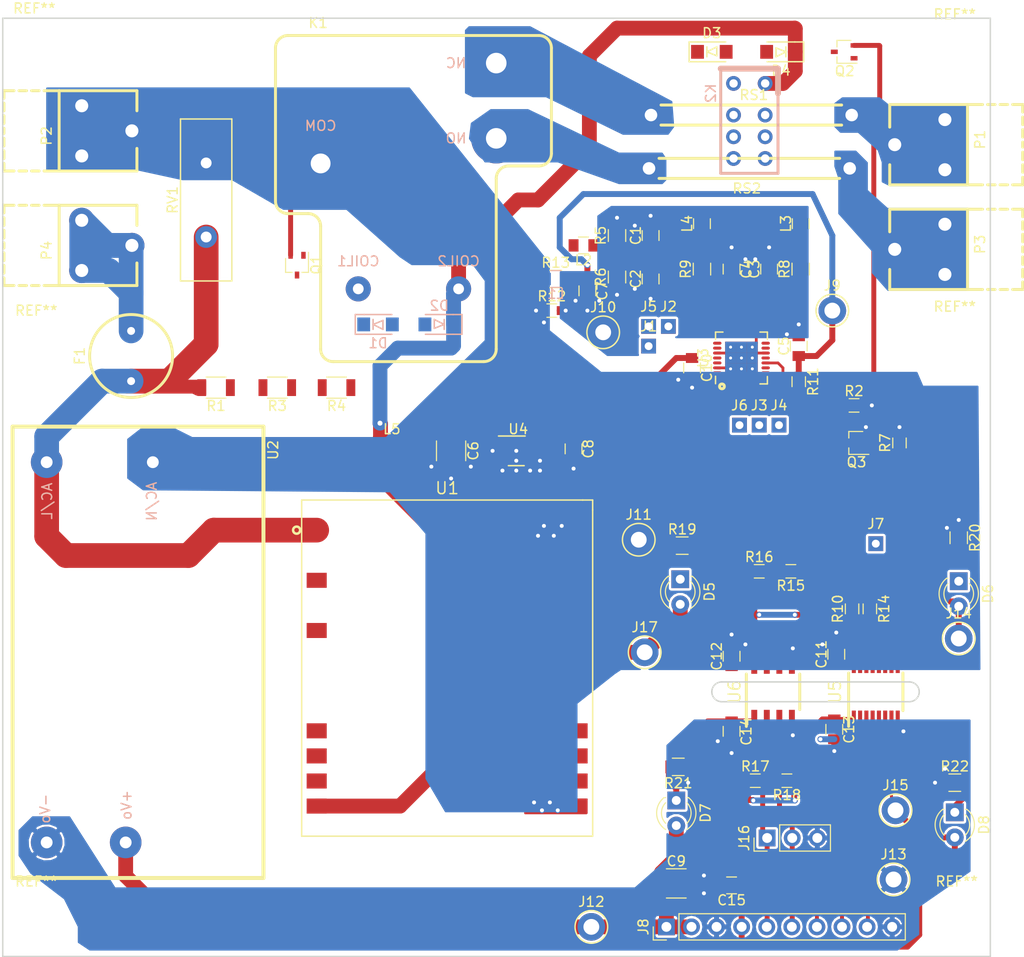
<source format=kicad_pcb>
(kicad_pcb (version 4) (host pcbnew 4.0.7)
  (layers (0 F.Cu signal) (31 B.Cu signal) (34 B.Paste user) (35 F.Paste user) (36 B.SilkS user) (37 F.SilkS user) (38 B.Mask user) (39 F.Mask user) (44 Edge.Cuts user))
  (net 0 "")
  (net 1 "Net-(C1-Pad1)")
  (net 2 GNDA)
  (net 3 "Net-(C2-Pad2)")
  (net 4 "Net-(C3-Pad1)")
  (net 5 "Net-(C4-Pad2)")
  (net 6 +3.3VA)
  (net 7 "Net-(C6-Pad1)")
  (net 8 GNDD)
  (net 9 +3V3)
  (net 10 +5V_ISO)
  (net 11 GND)
  (net 12 +3.3V_ISO)
  (net 13 "Net-(D1-Pad1)")
  (net 14 +5V)
  (net 15 "Net-(D3-Pad1)")
  (net 16 "Net-(D5-Pad1)")
  (net 17 "Net-(D6-Pad1)")
  (net 18 "Net-(D7-Pad1)")
  (net 19 "Net-(D8-Pad1)")
  (net 20 /Line_In)
  (net 21 "Net-(J1-Pad1)")
  (net 22 "Net-(J2-Pad1)")
  (net 23 "Net-(J3-Pad1)")
  (net 24 "Net-(J4-Pad1)")
  (net 25 "Net-(J5-Pad1)")
  (net 26 "Net-(J6-Pad1)")
  (net 27 /MCP_EVENT)
  (net 28 /SDA_ISO)
  (net 29 /SCL_ISO)
  (net 30 /SW_CTRL_ISO)
  (net 31 /MCLR_ISO)
  (net 32 /EVENT_ISO)
  (net 33 "Net-(K1-Pad4)")
  (net 34 "Net-(K1-Pad5)")
  (net 35 "Net-(K2-Pad3)")
  (net 36 "Net-(K2-Pad6)")
  (net 37 "Net-(L3-Pad1)")
  (net 38 "Net-(L4-Pad1)")
  (net 39 /SW_CTRL_PROT)
  (net 40 "Net-(R1-Pad1)")
  (net 41 "Net-(R3-Pad1)")
  (net 42 /SW_CRTL_RPI)
  (net 43 "Net-(R11-Pad2)")
  (net 44 /MCP_MCLR)
  (net 45 "Net-(R15-Pad2)")
  (net 46 "Net-(R16-Pad2)")
  (net 47 "Net-(U1-Pad22)")
  (net 48 "Net-(U1-Pad3)")
  (net 49 "Net-(U1-Pad20)")
  (net 50 "Net-(U1-Pad5)")
  (net 51 "Net-(U1-Pad16)")
  (net 52 "Net-(U1-Pad9)")
  (net 53 "Net-(U1-Pad15)")
  (net 54 "Net-(U1-Pad10)")
  (net 55 "Net-(U1-Pad14)")
  (net 56 "Net-(U1-Pad11)")
  (net 57 "Net-(U3-Pad2)")
  (net 58 "Net-(U3-Pad3)")
  (net 59 "Net-(U3-Pad8)")
  (net 60 "Net-(U3-Pad9)")
  (net 61 "Net-(U3-Pad28)")
  (net 62 "Net-(U5-Pad11)")
  (net 63 "Net-(U5-Pad6)")
  (net 64 "Net-(D3-Pad2)")
  (net 65 "Net-(K2-Pad2)")
  (net 66 "Net-(K2-Pad4)")
  (net 67 "Net-(D1-Pad2)")
  (net 68 /Line_fused)
  (net 69 "Net-(L2-Pad2)")
  (module Mounting_Holes:MountingHole_3.2mm_M3 (layer F.Cu) (at 196.4 53.4)
    (fp_text reference REF** (at 0 -4.2) (layer F.SilkS))
    (fp_text value MountingHole_3.2mm_M3)
    (pad 1 np_thru_hole circle (at 0 0) (size 3.2 3.2) (drill 3.2) (layers *.Cu *.Mask))
  )
  (module Mounting_Holes:MountingHole_3.2mm_M3 (layer F.Cu) (at 196.6 111.6)
    (fp_text reference REF** (at 0 -4.2) (layer F.SilkS))
    (fp_text value MountingHole_3.2mm_M3)
    (pad 1 np_thru_hole circle (at 0 0) (size 3.2 3.2) (drill 3.2) (layers *.Cu *.Mask))
  )
  (module Mounting_Holes:MountingHole_3.2mm_M3 (layer F.Cu) (at 196.4 23.8)
    (fp_text reference REF** (at 0 -4.2) (layer F.SilkS))
    (fp_text value MountingHole_3.2mm_M3)
    (pad 1 np_thru_hole circle (at 0 0) (size 3.2 3.2) (drill 3.2) (layers *.Cu *.Mask))
  )
  (module Mounting_Holes:MountingHole_3.2mm_M3 (layer F.Cu) (at 103.4 111.6)
    (fp_text reference REF** (at 0 -4.2) (layer F.SilkS))
    (fp_text value MountingHole_3.2mm_M3)
    (pad 1 np_thru_hole circle (at 0 0) (size 3.2 3.2) (drill 3.2) (layers *.Cu *.Mask))
  )
  (module Mounting_Holes:MountingHole_3.2mm_M3 (layer F.Cu) (at 103.4 53.8)
    (fp_text reference REF** (at 0 -4.2) (layer F.SilkS))
    (fp_text value MountingHole_3.2mm_M3)
    (pad 1 np_thru_hole circle (at 0 0) (size 3.2 3.2) (drill 3.2) (layers *.Cu *.Mask))
  )
  (module Capacitors_SMD:C_0805 (layer F.Cu) (at 165.6 42 90)
    (fp_text reference C1 (at 0 -1.5 90) (layer F.SilkS))
    (fp_text value "33nF 50V")
    (pad 1 smd rect (at -1 0 90) (size 1 1.25) (layers F.Cu F.Paste F.Mask) (net 1 "Net-(C1-Pad1)"))
    (pad 2 smd rect (at 1 0 90) (size 1 1.25) (layers F.Cu F.Paste F.Mask) (net 2 GNDA))
  )
  (module Capacitors_SMD:C_0805 (layer F.Cu) (at 165.6 46.4 90)
    (fp_text reference C2 (at 0 -1.5 90) (layer F.SilkS))
    (fp_text value "33nF 50V")
    (pad 1 smd rect (at -1 0 90) (size 1 1.25) (layers F.Cu F.Paste F.Mask) (net 2 GNDA))
    (pad 2 smd rect (at 1 0 90) (size 1 1.25) (layers F.Cu F.Paste F.Mask) (net 3 "Net-(C2-Pad2)"))
  )
  (module Capacitors_SMD:C_0805 (layer F.Cu) (at 177.6 45.4 90)
    (fp_text reference C3 (at 0 -1.5 90) (layer F.SilkS))
    (fp_text value "33nF 50V")
    (pad 1 smd rect (at -1 0 90) (size 1 1.25) (layers F.Cu F.Paste F.Mask) (net 4 "Net-(C3-Pad1)"))
    (pad 2 smd rect (at 1 0 90) (size 1 1.25) (layers F.Cu F.Paste F.Mask) (net 2 GNDA))
  )
  (module Capacitors_SMD:C_0805 (layer F.Cu) (at 173.8 45.4 270)
    (fp_text reference C4 (at 0 -1.5 270) (layer F.SilkS))
    (fp_text value "33nF 50V")
    (pad 1 smd rect (at -1 0 270) (size 1 1.25) (layers F.Cu F.Paste F.Mask) (net 2 GNDA))
    (pad 2 smd rect (at 1 0 270) (size 1 1.25) (layers F.Cu F.Paste F.Mask) (net 5 "Net-(C4-Pad2)"))
  )
  (module Capacitors_SMD:C_0805 (layer F.Cu) (at 180.6 53.2 90)
    (fp_text reference C5 (at 0 -1.5 90) (layer F.SilkS))
    (fp_text value "0.1uF 25V")
    (pad 1 smd rect (at -1 0 90) (size 1 1.25) (layers F.Cu F.Paste F.Mask) (net 6 +3.3VA))
    (pad 2 smd rect (at 1 0 90) (size 1 1.25) (layers F.Cu F.Paste F.Mask) (net 2 GNDA))
  )
  (module Capacitors_SMD:C_1210 (layer F.Cu) (at 145.4 63.8 270)
    (fp_text reference C6 (at 0 -2.25 270) (layer F.SilkS))
    (fp_text value "10uF 16V")
    (pad 1 smd rect (at -1.5 0 270) (size 1 2.5) (layers F.Cu F.Paste F.Mask) (net 7 "Net-(C6-Pad1)"))
    (pad 2 smd rect (at 1.5 0 270) (size 1 2.5) (layers F.Cu F.Paste F.Mask) (net 8 GNDD))
  )
  (module Capacitors_SMD:C_0805 (layer F.Cu) (at 159.2 47.6 270)
    (fp_text reference C7 (at 0 -1.5 270) (layer F.SilkS))
    (fp_text value "2.2uF 25V")
    (pad 1 smd rect (at -1 0 270) (size 1 1.25) (layers F.Cu F.Paste F.Mask) (net 6 +3.3VA))
    (pad 2 smd rect (at 1 0 270) (size 1 1.25) (layers F.Cu F.Paste F.Mask) (net 2 GNDA))
  )
  (module Capacitors_SMD:C_0805 (layer F.Cu) (at 157.8 63.6 270)
    (fp_text reference C8 (at 0 -1.5 270) (layer F.SilkS))
    (fp_text value "2.2uF 25V")
    (pad 1 smd rect (at -1 0 270) (size 1 1.25) (layers F.Cu F.Paste F.Mask) (net 9 +3V3))
    (pad 2 smd rect (at 1 0 270) (size 1 1.25) (layers F.Cu F.Paste F.Mask) (net 8 GNDD))
  )
  (module Capacitors_SMD:C_1210 (layer F.Cu) (at 168.2 107.6)
    (fp_text reference C9 (at 0 -2.25) (layer F.SilkS))
    (fp_text value "10uF 16V")
    (pad 1 smd rect (at -1.5 0) (size 1 2.5) (layers F.Cu F.Paste F.Mask) (net 10 +5V_ISO))
    (pad 2 smd rect (at 1.5 0) (size 1 2.5) (layers F.Cu F.Paste F.Mask) (net 11 GND))
  )
  (module Capacitors_SMD:C_0805 (layer F.Cu) (at 169.8 55.4 270)
    (fp_text reference C10 (at 0 -1.5 270) (layer F.SilkS))
    (fp_text value "0.1uF 25V")
    (pad 1 smd rect (at -1 0 270) (size 1 1.25) (layers F.Cu F.Paste F.Mask) (net 9 +3V3))
    (pad 2 smd rect (at 1 0 270) (size 1 1.25) (layers F.Cu F.Paste F.Mask) (net 8 GNDD))
  )
  (module Capacitors_SMD:C_0805 (layer F.Cu) (at 184.4 84.4 90)
    (fp_text reference C11 (at 0 -1.5 90) (layer F.SilkS))
    (fp_text value "0.1uF 25V")
    (pad 1 smd rect (at -1 0 90) (size 1 1.25) (layers F.Cu F.Paste F.Mask) (net 9 +3V3))
    (pad 2 smd rect (at 1 0 90) (size 1 1.25) (layers F.Cu F.Paste F.Mask) (net 8 GNDD))
  )
  (module Capacitors_SMD:C_0805 (layer F.Cu) (at 173.8 84.6 90)
    (fp_text reference C12 (at 0 -1.5 90) (layer F.SilkS))
    (fp_text value "0.1uF 25V")
    (pad 1 smd rect (at -1 0 90) (size 1 1.25) (layers F.Cu F.Paste F.Mask) (net 9 +3V3))
    (pad 2 smd rect (at 1 0 90) (size 1 1.25) (layers F.Cu F.Paste F.Mask) (net 8 GNDD))
  )
  (module Capacitors_SMD:C_0805 (layer F.Cu) (at 184.2 92 270)
    (fp_text reference C13 (at 0 -1.5 270) (layer F.SilkS))
    (fp_text value "0.1uF 25V")
    (pad 1 smd rect (at -1 0 270) (size 1 1.25) (layers F.Cu F.Paste F.Mask) (net 12 +3.3V_ISO))
    (pad 2 smd rect (at 1 0 270) (size 1 1.25) (layers F.Cu F.Paste F.Mask) (net 11 GND))
  )
  (module Capacitors_SMD:C_0805 (layer F.Cu) (at 173.8 92.2 270)
    (fp_text reference C14 (at 0 -1.5 270) (layer F.SilkS))
    (fp_text value "0.1uF 25V")
    (pad 1 smd rect (at -1 0 270) (size 1 1.25) (layers F.Cu F.Paste F.Mask) (net 12 +3.3V_ISO))
    (pad 2 smd rect (at 1 0 270) (size 1 1.25) (layers F.Cu F.Paste F.Mask) (net 11 GND))
  )
  (module nightmechanic_pcb:DO-219AB (layer B.Cu) (at 138 51)
    (fp_text reference D1 (at 0 1.9) (layer B.SilkS) (effects (justify mirror)))
    (fp_text value "15V 1W")
    (pad 1 smd rect (at -1.45 0) (size 1.3 1.4) (layers B.Cu B.Paste B.Mask) (net 13 "Net-(D1-Pad1)"))
    (pad 2 smd rect (at 1.45 0) (size 1.3 1.4) (layers B.Cu B.Paste B.Mask) (net 67 "Net-(D1-Pad2)"))
  )
  (module nightmechanic_pcb:DO-219AB (layer B.Cu) (at 144.2 51 180)
    (fp_text reference D2 (at 0 1.9 180) (layer B.SilkS) (effects (justify mirror)))
    (fp_text value "40V 1A")
    (pad 1 smd rect (at -1.45 0 180) (size 1.3 1.4) (layers B.Cu B.Paste B.Mask) (net 14 +5V))
    (pad 2 smd rect (at 1.45 0 180) (size 1.3 1.4) (layers B.Cu B.Paste B.Mask) (net 67 "Net-(D1-Pad2)"))
  )
  (module nightmechanic_pcb:DO-219AB (layer F.Cu) (at 171.8 23.4)
    (fp_text reference D3 (at 0 -1.9) (layer F.SilkS))
    (fp_text value "15V 1W")
    (pad 1 smd rect (at -1.45 0) (size 1.3 1.4) (layers F.Cu F.Paste F.Mask) (net 15 "Net-(D3-Pad1)"))
    (pad 2 smd rect (at 1.45 0) (size 1.3 1.4) (layers F.Cu F.Paste F.Mask) (net 64 "Net-(D3-Pad2)"))
  )
  (module nightmechanic_pcb:DO-219AB (layer F.Cu) (at 178.8 23.4 180)
    (fp_text reference D4 (at 0 -1.9 180) (layer F.SilkS))
    (fp_text value "40V 1A")
    (pad 1 smd rect (at -1.45 0 180) (size 1.3 1.4) (layers F.Cu F.Paste F.Mask) (net 14 +5V))
    (pad 2 smd rect (at 1.45 0 180) (size 1.3 1.4) (layers F.Cu F.Paste F.Mask) (net 64 "Net-(D3-Pad2)"))
  )
  (module LEDs:LED_D3.0mm (layer F.Cu) (at 168.6 76.8 270)
    (fp_text reference D5 (at 1.27 -2.96 270) (layer F.SilkS))
    (fp_text value LED)
    (pad 1 thru_hole rect (at 0 0 270) (size 1.8 1.8) (drill 0.9) (layers *.Cu *.Mask) (net 16 "Net-(D5-Pad1)"))
    (pad 2 thru_hole circle (at 2.54 0 270) (size 1.8 1.8) (drill 0.9) (layers *.Cu *.Mask) (net 14 +5V))
  )
  (module LEDs:LED_D3.0mm (layer F.Cu) (at 196.8 77 270)
    (fp_text reference D6 (at 1.27 -2.96 270) (layer F.SilkS))
    (fp_text value LED)
    (pad 1 thru_hole rect (at 0 0 270) (size 1.8 1.8) (drill 0.9) (layers *.Cu *.Mask) (net 17 "Net-(D6-Pad1)"))
    (pad 2 thru_hole circle (at 2.54 0 270) (size 1.8 1.8) (drill 0.9) (layers *.Cu *.Mask) (net 9 +3V3))
  )
  (module LEDs:LED_D3.0mm (layer F.Cu) (at 168.2 99.2 270)
    (fp_text reference D7 (at 1.27 -2.96 270) (layer F.SilkS))
    (fp_text value LED)
    (pad 1 thru_hole rect (at 0 0 270) (size 1.8 1.8) (drill 0.9) (layers *.Cu *.Mask) (net 18 "Net-(D7-Pad1)"))
    (pad 2 thru_hole circle (at 2.54 0 270) (size 1.8 1.8) (drill 0.9) (layers *.Cu *.Mask) (net 10 +5V_ISO))
  )
  (module LEDs:LED_D3.0mm (layer F.Cu) (at 196.4 100.4 270)
    (fp_text reference D8 (at 1.27 -2.96 270) (layer F.SilkS))
    (fp_text value LED)
    (pad 1 thru_hole rect (at 0 0 270) (size 1.8 1.8) (drill 0.9) (layers *.Cu *.Mask) (net 19 "Net-(D8-Pad1)"))
    (pad 2 thru_hole circle (at 2.54 0 270) (size 1.8 1.8) (drill 0.9) (layers *.Cu *.Mask) (net 12 +3.3V_ISO))
  )
  (module nightmechanic_pcb:Bel_MRT_Fuse (layer F.Cu) (at 113 54.2 90)
    (fp_text reference F1 (at 0 -5.2 90) (layer F.SilkS))
    (fp_text value Fuse)
    (pad 1 thru_hole circle (at -2.54 0 90) (size 1.8 1.8) (drill 0.8) (layers *.Cu *.Mask) (net 68 /Line_fused))
    (pad 2 thru_hole circle (at 2.54 0 90) (size 1.8 1.8) (drill 0.8) (layers *.Cu *.Mask) (net 20 /Line_In))
  )
  (module Measurement_Points:Measurement_Point_Square-TH_Small (layer F.Cu) (at 165.4 53.2)
    (fp_text reference J1 (at 0 -2) (layer F.SilkS))
    (fp_text value Conn_01x01)
    (pad 1 thru_hole rect (at 0 0) (size 1.5 1.5) (drill 0.8) (layers *.Cu *.Mask) (net 21 "Net-(J1-Pad1)"))
  )
  (module Measurement_Points:Measurement_Point_Square-TH_Small (layer F.Cu) (at 167.4 51.2)
    (fp_text reference J2 (at 0 -2) (layer F.SilkS))
    (fp_text value Conn_01x01)
    (pad 1 thru_hole rect (at 0 0) (size 1.5 1.5) (drill 0.8) (layers *.Cu *.Mask) (net 22 "Net-(J2-Pad1)"))
  )
  (module Measurement_Points:Measurement_Point_Square-TH_Small (layer F.Cu) (at 176.6 61.2)
    (fp_text reference J3 (at 0 -2) (layer F.SilkS))
    (fp_text value Conn_01x01)
    (pad 1 thru_hole rect (at 0 0) (size 1.5 1.5) (drill 0.8) (layers *.Cu *.Mask) (net 23 "Net-(J3-Pad1)"))
  )
  (module Measurement_Points:Measurement_Point_Square-TH_Small (layer F.Cu) (at 178.6 61.2)
    (fp_text reference J4 (at 0 -2) (layer F.SilkS))
    (fp_text value Conn_01x01)
    (pad 1 thru_hole rect (at 0 0) (size 1.5 1.5) (drill 0.8) (layers *.Cu *.Mask) (net 24 "Net-(J4-Pad1)"))
  )
  (module Measurement_Points:Measurement_Point_Square-TH_Small (layer F.Cu) (at 165.4 51.2)
    (fp_text reference J5 (at 0 -2) (layer F.SilkS))
    (fp_text value Conn_01x01)
    (pad 1 thru_hole rect (at 0 0) (size 1.5 1.5) (drill 0.8) (layers *.Cu *.Mask) (net 25 "Net-(J5-Pad1)"))
  )
  (module Measurement_Points:Measurement_Point_Square-TH_Small (layer F.Cu) (at 174.6 61.2)
    (fp_text reference J6 (at 0 -2) (layer F.SilkS))
    (fp_text value Conn_01x01)
    (pad 1 thru_hole rect (at 0 0) (size 1.5 1.5) (drill 0.8) (layers *.Cu *.Mask) (net 26 "Net-(J6-Pad1)"))
  )
  (module Measurement_Points:Measurement_Point_Square-TH_Small (layer F.Cu) (at 188.4 73.2)
    (fp_text reference J7 (at 0 -2) (layer F.SilkS))
    (fp_text value Conn_01x01)
    (pad 1 thru_hole rect (at 0 0) (size 1.5 1.5) (drill 0.8) (layers *.Cu *.Mask) (net 27 /MCP_EVENT))
  )
  (module Pin_Headers:Pin_Header_Straight_1x10_Pitch2.54mm (layer F.Cu) (at 167.2 112 90)
    (fp_text reference J8 (at 0 -2.33 90) (layer F.SilkS))
    (fp_text value Conn_01x10)
    (pad 1 thru_hole rect (at 0 0 90) (size 1.7 1.7) (drill 1) (layers *.Cu *.Mask) (net 10 +5V_ISO))
    (pad 2 thru_hole oval (at 0 2.54 90) (size 1.7 1.7) (drill 1) (layers *.Cu *.Mask) (net 10 +5V_ISO))
    (pad 3 thru_hole oval (at 0 5.08 90) (size 1.7 1.7) (drill 1) (layers *.Cu *.Mask) (net 11 GND))
    (pad 4 thru_hole oval (at 0 7.62 90) (size 1.7 1.7) (drill 1) (layers *.Cu *.Mask) (net 12 +3.3V_ISO))
    (pad 5 thru_hole oval (at 0 10.16 90) (size 1.7 1.7) (drill 1) (layers *.Cu *.Mask) (net 28 /SDA_ISO))
    (pad 6 thru_hole oval (at 0 12.7 90) (size 1.7 1.7) (drill 1) (layers *.Cu *.Mask) (net 29 /SCL_ISO))
    (pad 7 thru_hole oval (at 0 15.24 90) (size 1.7 1.7) (drill 1) (layers *.Cu *.Mask) (net 30 /SW_CTRL_ISO))
    (pad 8 thru_hole oval (at 0 17.78 90) (size 1.7 1.7) (drill 1) (layers *.Cu *.Mask) (net 31 /MCLR_ISO))
    (pad 9 thru_hole oval (at 0 20.32 90) (size 1.7 1.7) (drill 1) (layers *.Cu *.Mask) (net 32 /EVENT_ISO))
    (pad 10 thru_hole oval (at 0 22.86 90) (size 1.7 1.7) (drill 1) (layers *.Cu *.Mask) (net 11 GND))
  )
  (module nightmechanic_pcb:Keystone_50XX_TP (layer F.Cu) (at 184 49.6)
    (fp_text reference J9 (at 0 -2.54) (layer F.SilkS))
    (fp_text value TEST_1P)
    (pad 1 thru_hole circle (at 0 0) (size 2.8 2.8) (drill 1.6) (layers *.Cu *.Mask) (net 6 +3.3VA))
  )
  (module nightmechanic_pcb:Keystone_50XX_TP (layer F.Cu) (at 160.8 51.8)
    (fp_text reference J10 (at 0 -2.54) (layer F.SilkS))
    (fp_text value TEST_1P)
    (pad 1 thru_hole circle (at 0 0) (size 2.8 2.8) (drill 1.6) (layers *.Cu *.Mask) (net 2 GNDA))
  )
  (module nightmechanic_pcb:Keystone_50XX_TP (layer F.Cu) (at 164.4 72.8)
    (fp_text reference J11 (at 0 -2.54) (layer F.SilkS))
    (fp_text value TEST_1P)
    (pad 1 thru_hole circle (at 0 0) (size 2.8 2.8) (drill 1.6) (layers *.Cu *.Mask) (net 8 GNDD))
  )
  (module nightmechanic_pcb:Keystone_50XX_TP (layer F.Cu) (at 159.6 112)
    (fp_text reference J12 (at 0 -2.54) (layer F.SilkS))
    (fp_text value TEST_1P)
    (pad 1 thru_hole circle (at 0 0) (size 2.8 2.8) (drill 1.6) (layers *.Cu *.Mask) (net 10 +5V_ISO))
  )
  (module nightmechanic_pcb:Keystone_50XX_TP (layer F.Cu) (at 190.2 107.2)
    (fp_text reference J13 (at 0 -2.54) (layer F.SilkS))
    (fp_text value TEST_1P)
    (pad 1 thru_hole circle (at 0 0) (size 2.8 2.8) (drill 1.6) (layers *.Cu *.Mask) (net 11 GND))
  )
  (module nightmechanic_pcb:Keystone_50XX_TP (layer F.Cu) (at 196.8 82.8)
    (fp_text reference J14 (at 0 -2.54) (layer F.SilkS))
    (fp_text value TEST_1P)
    (pad 1 thru_hole circle (at 0 0) (size 2.8 2.8) (drill 1.6) (layers *.Cu *.Mask) (net 9 +3V3))
  )
  (module nightmechanic_pcb:Keystone_50XX_TP (layer F.Cu) (at 190.4 100.2)
    (fp_text reference J15 (at 0 -2.54) (layer F.SilkS))
    (fp_text value TEST_1P)
    (pad 1 thru_hole circle (at 0 0) (size 2.8 2.8) (drill 1.6) (layers *.Cu *.Mask) (net 12 +3.3V_ISO))
  )
  (module Pin_Headers:Pin_Header_Straight_1x03_Pitch2.54mm (layer F.Cu) (at 177.4 103 90)
    (fp_text reference J16 (at 0 -2.33 90) (layer F.SilkS))
    (fp_text value Conn_01x03)
    (pad 1 thru_hole rect (at 0 0 90) (size 1.7 1.7) (drill 1) (layers *.Cu *.Mask) (net 28 /SDA_ISO))
    (pad 2 thru_hole oval (at 0 2.54 90) (size 1.7 1.7) (drill 1) (layers *.Cu *.Mask) (net 29 /SCL_ISO))
    (pad 3 thru_hole oval (at 0 5.08 90) (size 1.7 1.7) (drill 1) (layers *.Cu *.Mask) (net 11 GND))
  )
  (module nightmechanic_pcb:TE_T9AS_code1 (layer F.Cu) (at 136 47.4)
    (fp_text reference K1 (at -4.064 -26.924) (layer F.SilkS))
    (fp_text value T9AS5D12-5)
    (fp_text user NO (at 9.906 -15.24) (layer B.SilkS) (effects (justify mirror)))
    (fp_text user NC (at 9.906 -22.86) (layer B.SilkS) (effects (justify mirror)))
    (fp_text user COM (at -3.81 -16.51) (layer B.SilkS) (effects (justify mirror)))
    (fp_text user COIL2 (at 10.16 -2.794) (layer B.SilkS) (effects (justify mirror)))
    (fp_text user COIL1 (at 0 -2.794) (layer B.SilkS) (effects (justify mirror)))
    (pad 1 thru_hole circle (at 0 0) (size 2.54 2.54) (drill 1.0922) (layers *.Cu *.Mask) (net 13 "Net-(D1-Pad1)"))
    (pad 2 thru_hole circle (at 10.16 0) (size 2.54 2.54) (drill 1.0922) (layers *.Cu *.Mask) (net 14 +5V))
    (pad 3 thru_hole circle (at -3.81 -12.7) (size 5.08 5.08) (drill 2.0066) (layers *.Cu *.Mask) (net 8 GNDD))
    (pad 4 thru_hole circle (at 13.97 -22.86) (size 5.08 5.08) (drill 2.0828) (layers *.Cu *.Mask) (net 33 "Net-(K1-Pad4)"))
    (pad 5 thru_hole circle (at 13.97 -15.24) (size 5.08 5.08) (drill 2.0828) (layers *.Cu *.Mask) (net 34 "Net-(K1-Pad5)"))
  )
  (module nightmechanic_pcb:Kemet_UA2 (layer B.Cu) (at 175.6 29.8 270)
    (fp_text reference K2 (at -2.2 3.9 270) (layer B.SilkS) (effects (justify mirror)))
    (fp_text value KEMET_UA2_5NJ)
    (pad 1 thru_hole circle (at -3.2 -1.6 270) (size 1.5 1.5) (drill 0.85) (layers *.Cu *.Mask) (net 14 +5V))
    (pad 2 thru_hole circle (at 0 -1.6 270) (size 1.5 1.5) (drill 0.85) (layers *.Cu *.Mask) (net 65 "Net-(K2-Pad2)"))
    (pad 3 thru_hole circle (at 2.2 -1.6 270) (size 1.5 1.5) (drill 0.85) (layers *.Cu *.Mask) (net 35 "Net-(K2-Pad3)"))
    (pad 4 thru_hole circle (at 4.4 -1.6 270) (size 1.5 1.5) (drill 0.85) (layers *.Cu *.Mask) (net 66 "Net-(K2-Pad4)"))
    (pad 5 thru_hole circle (at 4.4 1.6 270) (size 1.5 1.5) (drill 0.85) (layers *.Cu *.Mask) (net 34 "Net-(K1-Pad5)"))
    (pad 6 thru_hole circle (at 2.2 1.6 270) (size 1.5 1.5) (drill 0.85) (layers *.Cu *.Mask) (net 36 "Net-(K2-Pad6)"))
    (pad 7 thru_hole circle (at 0 1.6 270) (size 1.5 1.5) (drill 0.85) (layers *.Cu *.Mask) (net 33 "Net-(K1-Pad4)"))
    (pad 8 thru_hole circle (at -3.2 1.6 270) (size 1.5 1.5) (drill 0.85) (layers *.Cu *.Mask) (net 15 "Net-(D3-Pad1)"))
  )
  (module Capacitors_SMD:C_0805 (layer B.Cu) (at 156 46.4)
    (fp_text reference L1 (at 0 1.5) (layer B.SilkS) (effects (justify mirror)))
    (fp_text value "FB 300ohm")
    (pad 1 smd rect (at -1 0) (size 1 1.25) (layers B.Cu B.Paste B.Mask) (net 8 GNDD))
    (pad 2 smd rect (at 1 0) (size 1 1.25) (layers B.Cu B.Paste B.Mask) (net 2 GNDA))
  )
  (module Capacitors_SMD:C_0805 (layer F.Cu) (at 158.8 43 180)
    (fp_text reference L2 (at 0 -1.5 180) (layer F.SilkS))
    (fp_text value "FB 300ohm")
    (pad 1 smd rect (at -1 0 180) (size 1 1.25) (layers F.Cu F.Paste F.Mask) (net 1 "Net-(C1-Pad1)"))
    (pad 2 smd rect (at 1 0 180) (size 1 1.25) (layers F.Cu F.Paste F.Mask) (net 69 "Net-(L2-Pad2)"))
  )
  (module Capacitors_SMD:C_0805 (layer F.Cu) (at 180.8 40.8 90)
    (fp_text reference L3 (at 0 -1.5 90) (layer F.SilkS))
    (fp_text value "FB 300ohm")
    (pad 1 smd rect (at -1 0 90) (size 1 1.25) (layers F.Cu F.Paste F.Mask) (net 37 "Net-(L3-Pad1)"))
    (pad 2 smd rect (at 1 0 90) (size 1 1.25) (layers F.Cu F.Paste F.Mask) (net 35 "Net-(K2-Pad3)"))
  )
  (module Capacitors_SMD:C_0805 (layer F.Cu) (at 170.8 40.8 90)
    (fp_text reference L4 (at 0 -1.5 90) (layer F.SilkS))
    (fp_text value "FB 300ohm")
    (pad 1 smd rect (at -1 0 90) (size 1 1.25) (layers F.Cu F.Paste F.Mask) (net 38 "Net-(L4-Pad1)"))
    (pad 2 smd rect (at 1 0 90) (size 1 1.25) (layers F.Cu F.Paste F.Mask) (net 36 "Net-(K2-Pad6)"))
  )
  (module nightmechanic_pcb:Murata_8200 (layer F.Cu) (at 139.4 63.8)
    (fp_text reference L5 (at 0 -2.2) (layer F.SilkS))
    (fp_text value 22uH)
    (pad 1 smd rect (at -1.15 0) (size 1.52 3.05) (layers F.Cu F.Paste F.Mask) (net 14 +5V))
    (pad 2 smd rect (at 1.15 0) (size 1.52 3.05) (layers F.Cu F.Paste F.Mask) (net 7 "Net-(C6-Pad1)"))
  )
  (module nightmechanic_pcb:Keystone_4912 (layer F.Cu) (at 195.4 32.8 90)
    (fp_text reference P1 (at 0.508 3.556 90) (layer F.SilkS))
    (fp_text value Keystone_4912)
    (pad 1 thru_hole circle (at 0 -5.08 90) (size 2.54 2.54) (drill 1.3208) (layers *.Cu *.Mask) (net 65 "Net-(K2-Pad2)"))
    (pad 1 thru_hole circle (at -2.54 0 90) (size 2.54 2.54) (drill 1.3208) (layers *.Cu *.Mask) (net 65 "Net-(K2-Pad2)"))
    (pad 1 thru_hole circle (at 2.54 0 90) (size 2.54 2.54) (drill 1.3208) (layers *.Cu *.Mask) (net 65 "Net-(K2-Pad2)"))
  )
  (module nightmechanic_pcb:Keystone_4912 (layer F.Cu) (at 108 31.4 270)
    (fp_text reference P2 (at 0.508 3.556 270) (layer F.SilkS))
    (fp_text value Keystone_4912)
    (pad 1 thru_hole circle (at 0 -5.08 270) (size 2.54 2.54) (drill 1.3208) (layers *.Cu *.Mask) (net 8 GNDD))
    (pad 1 thru_hole circle (at -2.54 0 270) (size 2.54 2.54) (drill 1.3208) (layers *.Cu *.Mask) (net 8 GNDD))
    (pad 1 thru_hole circle (at 2.54 0 270) (size 2.54 2.54) (drill 1.3208) (layers *.Cu *.Mask) (net 8 GNDD))
  )
  (module nightmechanic_pcb:Keystone_4912 (layer F.Cu) (at 195.4 43.4 90)
    (fp_text reference P3 (at 0.508 3.556 90) (layer F.SilkS))
    (fp_text value Keystone_4912)
    (pad 1 thru_hole circle (at 0 -5.08 90) (size 2.54 2.54) (drill 1.3208) (layers *.Cu *.Mask) (net 66 "Net-(K2-Pad4)"))
    (pad 1 thru_hole circle (at -2.54 0 90) (size 2.54 2.54) (drill 1.3208) (layers *.Cu *.Mask) (net 66 "Net-(K2-Pad4)"))
    (pad 1 thru_hole circle (at 2.54 0 90) (size 2.54 2.54) (drill 1.3208) (layers *.Cu *.Mask) (net 66 "Net-(K2-Pad4)"))
  )
  (module nightmechanic_pcb:Keystone_4912 (layer F.Cu) (at 108 43 270)
    (fp_text reference P4 (at 0.508 3.556 270) (layer F.SilkS))
    (fp_text value Keystone_4912)
    (pad 1 thru_hole circle (at 0 -5.08 270) (size 2.54 2.54) (drill 1.3208) (layers *.Cu *.Mask) (net 20 /Line_In))
    (pad 1 thru_hole circle (at -2.54 0 270) (size 2.54 2.54) (drill 1.3208) (layers *.Cu *.Mask) (net 20 /Line_In))
    (pad 1 thru_hole circle (at 2.54 0 270) (size 2.54 2.54) (drill 1.3208) (layers *.Cu *.Mask) (net 20 /Line_In))
  )
  (module TO_SOT_Packages_SMD:SOT-323_SC-70 (layer F.Cu) (at 129.8 45 270)
    (fp_text reference Q1 (at -0.05 -1.95 270) (layer F.SilkS))
    (fp_text value DMN3067LW)
    (pad 1 smd rect (at -1 -0.65 180) (size 0.45 0.7) (layers F.Cu F.Paste F.Mask) (net 39 /SW_CTRL_PROT))
    (pad 2 smd rect (at -1 0.65 180) (size 0.45 0.7) (layers F.Cu F.Paste F.Mask) (net 8 GNDD))
    (pad 3 smd rect (at 1 0 180) (size 0.45 0.7) (layers F.Cu F.Paste F.Mask) (net 13 "Net-(D1-Pad1)"))
  )
  (module TO_SOT_Packages_SMD:SOT-323_SC-70 (layer F.Cu) (at 185.2 23.4 180)
    (fp_text reference Q2 (at -0.05 -1.95 180) (layer F.SilkS))
    (fp_text value DMN3067LW)
    (pad 1 smd rect (at -1 -0.65 90) (size 0.45 0.7) (layers F.Cu F.Paste F.Mask) (net 39 /SW_CTRL_PROT))
    (pad 2 smd rect (at -1 0.65 90) (size 0.45 0.7) (layers F.Cu F.Paste F.Mask) (net 8 GNDD))
    (pad 3 smd rect (at 1 0 90) (size 0.45 0.7) (layers F.Cu F.Paste F.Mask) (net 15 "Net-(D3-Pad1)"))
  )
  (module TO_SOT_Packages_SMD:SOT-323_SC-70 (layer F.Cu) (at 186.4 63 180)
    (fp_text reference Q3 (at -0.05 -1.95 180) (layer F.SilkS))
    (fp_text value DMN3067LW)
    (pad 1 smd rect (at -1 -0.65 90) (size 0.45 0.7) (layers F.Cu F.Paste F.Mask) (net 27 /MCP_EVENT))
    (pad 2 smd rect (at -1 0.65 90) (size 0.45 0.7) (layers F.Cu F.Paste F.Mask) (net 8 GNDD))
    (pad 3 smd rect (at 1 0 90) (size 0.45 0.7) (layers F.Cu F.Paste F.Mask) (net 39 /SW_CTRL_PROT))
  )
  (module Resistors_SMD:R_1206 (layer F.Cu) (at 121.6 57.4 180)
    (fp_text reference R1 (at 0 -1.85 180) (layer F.SilkS))
    (fp_text value 330k)
    (pad 1 smd rect (at -1.45 0 180) (size 0.9 1.7) (layers F.Cu F.Paste F.Mask) (net 40 "Net-(R1-Pad1)"))
    (pad 2 smd rect (at 1.45 0 180) (size 0.9 1.7) (layers F.Cu F.Paste F.Mask) (net 68 /Line_fused))
  )
  (module Resistors_SMD:R_0603 (layer F.Cu) (at 186.2 59.2)
    (fp_text reference R2 (at 0 -1.45) (layer F.SilkS))
    (fp_text value 10k)
    (pad 1 smd rect (at -0.75 0) (size 0.5 0.9) (layers F.Cu F.Paste F.Mask) (net 39 /SW_CTRL_PROT))
    (pad 2 smd rect (at 0.75 0) (size 0.5 0.9) (layers F.Cu F.Paste F.Mask) (net 8 GNDD))
  )
  (module Resistors_SMD:R_1206 (layer F.Cu) (at 127.8 57.4 180)
    (fp_text reference R3 (at 0 -1.85 180) (layer F.SilkS))
    (fp_text value 330k)
    (pad 1 smd rect (at -1.45 0 180) (size 0.9 1.7) (layers F.Cu F.Paste F.Mask) (net 41 "Net-(R3-Pad1)"))
    (pad 2 smd rect (at 1.45 0 180) (size 0.9 1.7) (layers F.Cu F.Paste F.Mask) (net 40 "Net-(R1-Pad1)"))
  )
  (module Resistors_SMD:R_1206 (layer F.Cu) (at 133.8 57.4 180)
    (fp_text reference R4 (at 0 -1.85 180) (layer F.SilkS))
    (fp_text value 330k)
    (pad 1 smd rect (at -1.45 0 180) (size 0.9 1.7) (layers F.Cu F.Paste F.Mask) (net 69 "Net-(L2-Pad2)"))
    (pad 2 smd rect (at 1.45 0 180) (size 0.9 1.7) (layers F.Cu F.Paste F.Mask) (net 41 "Net-(R3-Pad1)"))
  )
  (module Resistors_SMD:R_0805 (layer F.Cu) (at 162.2 42 90)
    (fp_text reference R5 (at 0 -1.65 90) (layer F.SilkS))
    (fp_text value 1.5k)
    (pad 1 smd rect (at -0.95 0 90) (size 0.7 1.3) (layers F.Cu F.Paste F.Mask) (net 1 "Net-(C1-Pad1)"))
    (pad 2 smd rect (at 0.95 0 90) (size 0.7 1.3) (layers F.Cu F.Paste F.Mask) (net 2 GNDA))
  )
  (module Resistors_SMD:R_0805 (layer F.Cu) (at 162.2 46.2 90)
    (fp_text reference R6 (at 0 -1.65 90) (layer F.SilkS))
    (fp_text value 1.5k)
    (pad 1 smd rect (at -0.95 0 90) (size 0.7 1.3) (layers F.Cu F.Paste F.Mask) (net 2 GNDA))
    (pad 2 smd rect (at 0.95 0 90) (size 0.7 1.3) (layers F.Cu F.Paste F.Mask) (net 3 "Net-(C2-Pad2)"))
  )
  (module Resistors_SMD:R_0603 (layer F.Cu) (at 190.8 63 90)
    (fp_text reference R7 (at 0 -1.45 90) (layer F.SilkS))
    (fp_text value 10k)
    (pad 1 smd rect (at -0.75 0 90) (size 0.5 0.9) (layers F.Cu F.Paste F.Mask) (net 27 /MCP_EVENT))
    (pad 2 smd rect (at 0.75 0 90) (size 0.5 0.9) (layers F.Cu F.Paste F.Mask) (net 8 GNDD))
  )
  (module Resistors_SMD:R_0805 (layer F.Cu) (at 180.8 45.4 90)
    (fp_text reference R8 (at 0 -1.65 90) (layer F.SilkS))
    (fp_text value 1.5k)
    (pad 1 smd rect (at -0.95 0 90) (size 0.7 1.3) (layers F.Cu F.Paste F.Mask) (net 4 "Net-(C3-Pad1)"))
    (pad 2 smd rect (at 0.95 0 90) (size 0.7 1.3) (layers F.Cu F.Paste F.Mask) (net 37 "Net-(L3-Pad1)"))
  )
  (module Resistors_SMD:R_0805 (layer F.Cu) (at 170.8 45.4 90)
    (fp_text reference R9 (at 0 -1.65 90) (layer F.SilkS))
    (fp_text value 1.5k)
    (pad 1 smd rect (at -0.95 0 90) (size 0.7 1.3) (layers F.Cu F.Paste F.Mask) (net 5 "Net-(C4-Pad2)"))
    (pad 2 smd rect (at 0.95 0 90) (size 0.7 1.3) (layers F.Cu F.Paste F.Mask) (net 38 "Net-(L4-Pad1)"))
  )
  (module Resistors_SMD:R_0603 (layer F.Cu) (at 186 79.8 90)
    (fp_text reference R10 (at 0 -1.45 90) (layer F.SilkS))
    (fp_text value 2.2k)
    (pad 1 smd rect (at -0.75 0 90) (size 0.5 0.9) (layers F.Cu F.Paste F.Mask) (net 42 /SW_CRTL_RPI))
    (pad 2 smd rect (at 0.75 0 90) (size 0.5 0.9) (layers F.Cu F.Paste F.Mask) (net 39 /SW_CTRL_PROT))
  )
  (module Resistors_SMD:R_0603 (layer F.Cu) (at 180.6 56.8 270)
    (fp_text reference R11 (at 0 -1.45 270) (layer F.SilkS))
    (fp_text value 4.7k)
    (pad 1 smd rect (at -0.75 0 270) (size 0.5 0.9) (layers F.Cu F.Paste F.Mask) (net 6 +3.3VA))
    (pad 2 smd rect (at 0.75 0 270) (size 0.5 0.9) (layers F.Cu F.Paste F.Mask) (net 43 "Net-(R11-Pad2)"))
  )
  (module Resistors_SMD:R_0603 (layer F.Cu) (at 155.6 49.6)
    (fp_text reference R12 (at 0 -1.45) (layer F.SilkS))
    (fp_text value 0R)
    (pad 1 smd rect (at -0.75 0) (size 0.5 0.9) (layers F.Cu F.Paste F.Mask) (net 8 GNDD))
    (pad 2 smd rect (at 0.75 0) (size 0.5 0.9) (layers F.Cu F.Paste F.Mask) (net 2 GNDA))
  )
  (module Resistors_SMD:R_0805 (layer F.Cu) (at 156 46.4)
    (fp_text reference R13 (at 0 -1.65) (layer F.SilkS))
    (fp_text value 10R)
    (pad 1 smd rect (at -0.95 0) (size 0.7 1.3) (layers F.Cu F.Paste F.Mask) (net 9 +3V3))
    (pad 2 smd rect (at 0.95 0) (size 0.7 1.3) (layers F.Cu F.Paste F.Mask) (net 6 +3.3VA))
  )
  (module Resistors_SMD:R_0603 (layer F.Cu) (at 187.8 79.8 270)
    (fp_text reference R14 (at 0 -1.45 270) (layer F.SilkS))
    (fp_text value 4.7k)
    (pad 1 smd rect (at -0.75 0 270) (size 0.5 0.9) (layers F.Cu F.Paste F.Mask) (net 9 +3V3))
    (pad 2 smd rect (at 0.75 0 270) (size 0.5 0.9) (layers F.Cu F.Paste F.Mask) (net 44 /MCP_MCLR))
  )
  (module Resistors_SMD:R_0603 (layer F.Cu) (at 179.8 76 180)
    (fp_text reference R15 (at 0 -1.45 180) (layer F.SilkS))
    (fp_text value 2.2k)
    (pad 1 smd rect (at -0.75 0 180) (size 0.5 0.9) (layers F.Cu F.Paste F.Mask) (net 9 +3V3))
    (pad 2 smd rect (at 0.75 0 180) (size 0.5 0.9) (layers F.Cu F.Paste F.Mask) (net 45 "Net-(R15-Pad2)"))
  )
  (module Resistors_SMD:R_0603 (layer F.Cu) (at 176.6 76)
    (fp_text reference R16 (at 0 -1.45) (layer F.SilkS))
    (fp_text value 2.2k)
    (pad 1 smd rect (at -0.75 0) (size 0.5 0.9) (layers F.Cu F.Paste F.Mask) (net 9 +3V3))
    (pad 2 smd rect (at 0.75 0) (size 0.5 0.9) (layers F.Cu F.Paste F.Mask) (net 46 "Net-(R16-Pad2)"))
  )
  (module Resistors_SMD:R_0603 (layer F.Cu) (at 176.2 97.2)
    (fp_text reference R17 (at 0 -1.45) (layer F.SilkS))
    (fp_text value 2.2k)
    (pad 1 smd rect (at -0.75 0) (size 0.5 0.9) (layers F.Cu F.Paste F.Mask) (net 12 +3.3V_ISO))
    (pad 2 smd rect (at 0.75 0) (size 0.5 0.9) (layers F.Cu F.Paste F.Mask) (net 28 /SDA_ISO))
  )
  (module Resistors_SMD:R_0603 (layer F.Cu) (at 179.4 97.2 180)
    (fp_text reference R18 (at 0 -1.45 180) (layer F.SilkS))
    (fp_text value 2.2k)
    (pad 1 smd rect (at -0.75 0 180) (size 0.5 0.9) (layers F.Cu F.Paste F.Mask) (net 12 +3.3V_ISO))
    (pad 2 smd rect (at 0.75 0 180) (size 0.5 0.9) (layers F.Cu F.Paste F.Mask) (net 29 /SCL_ISO))
  )
  (module Resistors_SMD:R_0805 (layer F.Cu) (at 168.8 73.4)
    (fp_text reference R19 (at 0 -1.65) (layer F.SilkS))
    (fp_text value 300R)
    (pad 1 smd rect (at -0.95 0) (size 0.7 1.3) (layers F.Cu F.Paste F.Mask) (net 8 GNDD))
    (pad 2 smd rect (at 0.95 0) (size 0.7 1.3) (layers F.Cu F.Paste F.Mask) (net 16 "Net-(D5-Pad1)"))
  )
  (module Resistors_SMD:R_0805 (layer F.Cu) (at 196.8 72.6 270)
    (fp_text reference R20 (at 0 -1.65 270) (layer F.SilkS))
    (fp_text value 120R)
    (pad 1 smd rect (at -0.95 0 270) (size 0.7 1.3) (layers F.Cu F.Paste F.Mask) (net 8 GNDD))
    (pad 2 smd rect (at 0.95 0 270) (size 0.7 1.3) (layers F.Cu F.Paste F.Mask) (net 17 "Net-(D6-Pad1)"))
  )
  (module Resistors_SMD:R_0805 (layer F.Cu) (at 168.4 95.8 180)
    (fp_text reference R21 (at 0 -1.65 180) (layer F.SilkS))
    (fp_text value 300R)
    (pad 1 smd rect (at -0.95 0 180) (size 0.7 1.3) (layers F.Cu F.Paste F.Mask) (net 11 GND))
    (pad 2 smd rect (at 0.95 0 180) (size 0.7 1.3) (layers F.Cu F.Paste F.Mask) (net 18 "Net-(D7-Pad1)"))
  )
  (module Resistors_SMD:R_0805 (layer F.Cu) (at 196.4 97.4)
    (fp_text reference R22 (at 0 -1.65) (layer F.SilkS))
    (fp_text value 120R)
    (pad 1 smd rect (at -0.95 0) (size 0.7 1.3) (layers F.Cu F.Paste F.Mask) (net 11 GND))
    (pad 2 smd rect (at 0.95 0) (size 0.7 1.3) (layers F.Cu F.Paste F.Mask) (net 19 "Net-(D8-Pad1)"))
  )
  (module nightmechanic_pcb:TE_OAR5 (layer F.Cu) (at 175.8 29.8 270)
    (fp_text reference RS1 (at -2.032 -0.254 360) (layer F.SilkS))
    (fp_text value OAR5R005)
    (pad 1 thru_hole circle (at 0 -10.16 270) (size 2.54 2.54) (drill 1.27) (layers *.Cu *.Mask) (net 65 "Net-(K2-Pad2)"))
    (pad 2 thru_hole circle (at 0 10.16 270) (size 2.54 2.54) (drill 1.27) (layers *.Cu *.Mask) (net 33 "Net-(K1-Pad4)"))
  )
  (module nightmechanic_pcb:TE_OAR5 (layer F.Cu) (at 175.6 35.2 90)
    (fp_text reference RS2 (at -2.032 -0.254 180) (layer F.SilkS))
    (fp_text value OAR5R050)
    (pad 1 thru_hole circle (at 0 -10.16 90) (size 2.54 2.54) (drill 1.27) (layers *.Cu *.Mask) (net 34 "Net-(K1-Pad5)"))
    (pad 2 thru_hole circle (at 0 10.16 90) (size 2.54 2.54) (drill 1.27) (layers *.Cu *.Mask) (net 66 "Net-(K2-Pad4)"))
  )
  (module nightmechanic_pcb:Bourns_MOV_14D431K (layer F.Cu) (at 120.6 38.4 90)
    (fp_text reference RV1 (at 0 -3.4 90) (layer F.SilkS))
    (fp_text value Varistor)
    (pad 1 thru_hole circle (at -3.75 0 90) (size 2.2 2.2) (drill 1.1) (layers *.Cu *.Mask) (net 68 /Line_fused))
    (pad 2 thru_hole circle (at 3.75 0 90) (size 2.2 2.2) (drill 1.1) (layers *.Cu *.Mask) (net 8 GNDD))
  )
  (module nightmechanic_pcb:IRM-02-xS (layer F.Cu) (at 145 85.8 270)
    (fp_text reference U1 (at -18.218 0 360) (layer F.SilkS) (effects (font (size 1.2 1.2))))
    (fp_text value IRM-02-5S)
    (pad 24 smd rect (at -13.97 -13.208 270) (size 1.524 2.032) (layers F.Cu F.Paste F.Mask) (net 8 GNDD))
    (pad 1 smd rect (at -13.97 13.208 270) (size 1.524 2.032) (layers F.Cu F.Paste F.Mask) (net 68 /Line_fused))
    (pad 22 smd rect (at -8.89 -13.208 270) (size 1.524 2.032) (layers F.Cu F.Paste F.Mask) (net 47 "Net-(U1-Pad22)"))
    (pad 3 smd rect (at -8.89 13.208 270) (size 1.524 2.032) (layers F.Cu F.Paste F.Mask) (net 48 "Net-(U1-Pad3)"))
    (pad 20 smd rect (at -3.81 -13.208 270) (size 1.524 2.032) (layers F.Cu F.Paste F.Mask) (net 49 "Net-(U1-Pad20)"))
    (pad 5 smd rect (at -3.81 13.208 270) (size 1.524 2.032) (layers F.Cu F.Paste F.Mask) (net 50 "Net-(U1-Pad5)"))
    (pad 16 smd rect (at 6.35 -13.208 270) (size 1.524 2.032) (layers F.Cu F.Paste F.Mask) (net 51 "Net-(U1-Pad16)"))
    (pad 9 smd rect (at 6.35 13.208 270) (size 1.524 2.032) (layers F.Cu F.Paste F.Mask) (net 52 "Net-(U1-Pad9)"))
    (pad 15 smd rect (at 8.89 -13.208 270) (size 1.524 2.032) (layers F.Cu F.Paste F.Mask) (net 53 "Net-(U1-Pad15)"))
    (pad 10 smd rect (at 8.89 13.208 270) (size 1.524 2.032) (layers F.Cu F.Paste F.Mask) (net 54 "Net-(U1-Pad10)"))
    (pad 14 smd rect (at 11.43 -13.208 270) (size 1.524 2.032) (layers F.Cu F.Paste F.Mask) (net 55 "Net-(U1-Pad14)"))
    (pad 11 smd rect (at 11.43 13.208 270) (size 1.524 2.032) (layers F.Cu F.Paste F.Mask) (net 56 "Net-(U1-Pad11)"))
    (pad 13 smd rect (at 13.97 -13.208 270) (size 1.524 2.032) (layers F.Cu F.Paste F.Mask) (net 8 GNDD))
    (pad 12 smd rect (at 13.97 13.208 270) (size 1.524 2.032) (layers F.Cu F.Paste F.Mask) (net 14 +5V))
  )
  (module nightmechanic_pcb:IRM-05-x (layer F.Cu) (at 101 84.2 270)
    (fp_text reference U2 (at -20.48 -26.38 270) (layer F.SilkS))
    (fp_text value IRM-05-5)
    (fp_text user -Vo (at 15.84 -3.3 270) (layer B.SilkS) (effects (justify mirror)))
    (fp_text user +Vo (at 15.46 -11.53 270) (layer B.SilkS) (effects (justify mirror)))
    (fp_text user AC/N (at -15.28 -14.09 270) (layer B.SilkS) (effects (justify mirror)))
    (fp_text user AC/L (at -15.31 -3.5 270) (layer B.SilkS) (effects (justify mirror)))
    (pad 1 thru_hole circle (at -19.25 -3.45 270) (size 3.2 3.2) (drill 1.2) (layers *.Cu *.Mask) (net 68 /Line_fused))
    (pad 2 thru_hole circle (at -19.25 -14.2 270) (size 3.2 3.2) (drill 1.2) (layers *.Cu *.Mask) (net 8 GNDD))
    (pad 4 thru_hole circle (at 19.25 -3.45 270) (size 3.2 3.2) (drill 1.2) (layers *.Cu *.Mask) (net 11 GND))
    (pad 3 thru_hole circle (at 19.25 -11.45 270) (size 3.2 3.2) (drill 1.2) (layers *.Cu *.Mask) (net 10 +5V_ISO))
  )
  (module nightmechanic_pcb:TI_DBV005 (layer F.Cu) (at 152 63.8)
    (fp_text reference U4 (at 0.2 -2.2) (layer F.SilkS))
    (fp_text value LP5907MFX-3.3)
    (pad 1 smd rect (at -1.3 -0.95) (size 1.1 0.6) (layers F.Cu F.Paste F.Mask) (net 7 "Net-(C6-Pad1)"))
    (pad 2 smd rect (at -1.3 0) (size 1.1 0.6) (layers F.Cu F.Paste F.Mask) (net 8 GNDD))
    (pad 3 smd rect (at -1.3 0.95) (size 1.1 0.6) (layers F.Cu F.Paste F.Mask) (net 7 "Net-(C6-Pad1)"))
    (pad 4 smd rect (at 1.3 0.95) (size 1.1 0.6) (layers F.Cu F.Paste F.Mask) (net 8 GNDD))
    (pad 5 smd rect (at 1.3 -0.95) (size 1.1 0.6) (layers F.Cu F.Paste F.Mask) (net 9 +3V3))
  )
  (module nightmechanic_pcb:TI_DBQ0016A (layer F.Cu) (at 188.4 88.2)
    (fp_text reference U5 (at -4.1275 0 90) (layer F.SilkS) (effects (font (size 1.2 1.2))))
    (fp_text value ISO7731FDBQ)
    (pad 16 smd rect (at -2.2225 -2.7) (size 0.41 1.6) (layers F.Cu F.Paste F.Mask) (net 9 +3V3))
    (pad 1 smd rect (at -2.2225 2.7) (size 0.41 1.6) (layers F.Cu F.Paste F.Mask) (net 12 +3.3V_ISO))
    (pad 15 smd rect (at -1.5875 -2.7) (size 0.41 1.6) (layers F.Cu F.Paste F.Mask) (net 8 GNDD))
    (pad 2 smd rect (at -1.5875 2.7) (size 0.41 1.6) (layers F.Cu F.Paste F.Mask) (net 11 GND))
    (pad 14 smd rect (at -0.9525 -2.7) (size 0.41 1.6) (layers F.Cu F.Paste F.Mask) (net 42 /SW_CRTL_RPI))
    (pad 3 smd rect (at -0.9525 2.7) (size 0.41 1.6) (layers F.Cu F.Paste F.Mask) (net 30 /SW_CTRL_ISO))
    (pad 13 smd rect (at -0.3175 -2.7) (size 0.41 1.6) (layers F.Cu F.Paste F.Mask) (net 44 /MCP_MCLR))
    (pad 4 smd rect (at -0.3175 2.7) (size 0.41 1.6) (layers F.Cu F.Paste F.Mask) (net 31 /MCLR_ISO))
    (pad 12 smd rect (at 0.3175 -2.7) (size 0.41 1.6) (layers F.Cu F.Paste F.Mask) (net 27 /MCP_EVENT))
    (pad 5 smd rect (at 0.3175 2.7) (size 0.41 1.6) (layers F.Cu F.Paste F.Mask) (net 32 /EVENT_ISO))
    (pad 11 smd rect (at 0.9525 -2.7) (size 0.41 1.6) (layers F.Cu F.Paste F.Mask) (net 62 "Net-(U5-Pad11)"))
    (pad 6 smd rect (at 0.9525 2.7) (size 0.41 1.6) (layers F.Cu F.Paste F.Mask) (net 63 "Net-(U5-Pad6)"))
    (pad 10 smd rect (at 1.5875 -2.7) (size 0.41 1.6) (layers F.Cu F.Paste F.Mask) (net 9 +3V3))
    (pad 7 smd rect (at 1.5875 2.7) (size 0.41 1.6) (layers F.Cu F.Paste F.Mask) (net 12 +3.3V_ISO))
    (pad 9 smd rect (at 2.2225 -2.7) (size 0.41 1.6) (layers F.Cu F.Paste F.Mask) (net 8 GNDD))
    (pad 8 smd rect (at 2.2225 2.7) (size 0.41 1.6) (layers F.Cu F.Paste F.Mask) (net 11 GND))
  )
  (module nightmechanic_pcb:TI_ISO1540D8 (layer F.Cu) (at 178 88.2)
    (fp_text reference U6 (at -3.905 0 90) (layer F.SilkS) (effects (font (size 1.2 1.2))))
    (fp_text value ISO1540D)
    (pad 8 smd rect (at -1.905 -2.7) (size 0.6 1.75) (layers F.Cu F.Paste F.Mask) (net 9 +3V3))
    (pad 1 smd rect (at -1.905 2.7) (size 0.6 1.75) (layers F.Cu F.Paste F.Mask) (net 12 +3.3V_ISO))
    (pad 7 smd rect (at -0.635 -2.7) (size 0.6 1.75) (layers F.Cu F.Paste F.Mask) (net 46 "Net-(R16-Pad2)"))
    (pad 2 smd rect (at -0.635 2.7) (size 0.6 1.75) (layers F.Cu F.Paste F.Mask) (net 28 /SDA_ISO))
    (pad 6 smd rect (at 0.635 -2.7) (size 0.6 1.75) (layers F.Cu F.Paste F.Mask) (net 45 "Net-(R15-Pad2)"))
    (pad 3 smd rect (at 0.635 2.7) (size 0.6 1.75) (layers F.Cu F.Paste F.Mask) (net 29 /SCL_ISO))
    (pad 5 smd rect (at 1.905 -2.7) (size 0.6 1.75) (layers F.Cu F.Paste F.Mask) (net 8 GNDD))
    (pad 4 smd rect (at 1.905 2.7) (size 0.6 1.75) (layers F.Cu F.Paste F.Mask) (net 11 GND))
  )
  (module Mounting_Holes:MountingHole_3.2mm_M3 (layer F.Cu) (at 103.2 23.2)
    (fp_text reference REF** (at 0 -4.2) (layer F.SilkS))
    (fp_text value MountingHole_3.2mm_M3)
    (pad 1 np_thru_hole circle (at 0 0) (size 3.2 3.2) (drill 3.2) (layers *.Cu *.Mask))
  )
  (module Capacitors_SMD:C_0805 (layer F.Cu) (at 173.8 107.8 180)
    (fp_text reference C15 (at 0 -1.5 180) (layer F.SilkS))
    (fp_text value "2.2uF 25V")
    (pad 1 smd rect (at -1 0 180) (size 1 1.25) (layers F.Cu F.Paste F.Mask) (net 12 +3.3V_ISO))
    (pad 2 smd rect (at 1 0 180) (size 1 1.25) (layers F.Cu F.Paste F.Mask) (net 11 GND))
  )
  (module nightmechanic_pcb:Keystone_50XX_TP (layer F.Cu) (at 165 84.2)
    (fp_text reference J17 (at 0 -2.54) (layer F.SilkS))
    (fp_text value TEST_1P)
    (pad 1 thru_hole circle (at 0 0) (size 2.8 2.8) (drill 1.6) (layers *.Cu *.Mask) (net 14 +5V))
  )
  (module nightmechanic_pcb:QFN-28-1EP_5x5mm_Pitch0.5mm_mod (layer F.Cu) (at 174.8 54.4 90)
    (fp_text reference U3 (at 0 -3.875 90) (layer F.SilkS))
    (fp_text value MCP39F521)
    (pad 29 thru_hole rect (at 1.1 1.1 90) (size 1.1 1.1) (drill 0.3) (layers *.Cu F.Mask) (net 8 GNDD))
    (pad 29 thru_hole rect (at 0 1.1 90) (size 1.1 1.1) (drill 0.3) (layers *.Cu F.Mask) (net 8 GNDD))
    (pad 29 thru_hole rect (at -1.1 1.1 90) (size 1.1 1.1) (drill 0.3) (layers *.Cu F.Mask) (net 8 GNDD))
    (pad 29 thru_hole rect (at 1.1 0 90) (size 1.1 1.1) (drill 0.3) (layers *.Cu F.Mask) (net 8 GNDD))
    (pad 29 thru_hole rect (at 0 0 90) (size 1.1 1.1) (drill 0.3) (layers *.Cu F.Mask) (net 8 GNDD))
    (pad 29 thru_hole rect (at -1.1 0 90) (size 1.1 1.1) (drill 0.3) (layers *.Cu F.Mask) (net 8 GNDD))
    (pad 29 thru_hole rect (at 1.1 -1.1 90) (size 1.1 1.1) (drill 0.3) (layers *.Cu F.Mask) (net 8 GNDD))
    (pad 29 thru_hole rect (at 0 -1.1 90) (size 1.1 1.1) (drill 0.3) (layers *.Cu F.Mask) (net 8 GNDD))
    (pad 1 smd oval (at -2.45 -1.5 90) (size 0.85 0.3) (layers F.Cu F.Paste F.Mask) (net 27 /MCP_EVENT))
    (pad 2 smd oval (at -2.45 -1 90) (size 0.85 0.3) (layers F.Cu F.Paste F.Mask) (net 57 "Net-(U3-Pad2)"))
    (pad 3 smd oval (at -2.45 -0.5 90) (size 0.85 0.3) (layers F.Cu F.Paste F.Mask) (net 58 "Net-(U3-Pad3)"))
    (pad 4 smd oval (at -2.45 0 90) (size 0.85 0.3) (layers F.Cu F.Paste F.Mask) (net 26 "Net-(J6-Pad1)"))
    (pad 5 smd oval (at -2.45 0.5 90) (size 0.85 0.3) (layers F.Cu F.Paste F.Mask) (net 26 "Net-(J6-Pad1)"))
    (pad 6 smd oval (at -2.45 1 90) (size 0.85 0.3) (layers F.Cu F.Paste F.Mask) (net 23 "Net-(J3-Pad1)"))
    (pad 7 smd oval (at -2.45 1.5 90) (size 0.85 0.3) (layers F.Cu F.Paste F.Mask) (net 24 "Net-(J4-Pad1)"))
    (pad 8 smd oval (at -1.5 2.45 180) (size 0.85 0.3) (layers F.Cu F.Paste F.Mask) (net 59 "Net-(U3-Pad8)"))
    (pad 9 smd oval (at -1 2.45 180) (size 0.85 0.3) (layers F.Cu F.Paste F.Mask) (net 60 "Net-(U3-Pad9)"))
    (pad 10 smd oval (at -0.5 2.45 180) (size 0.85 0.3) (layers F.Cu F.Paste F.Mask) (net 43 "Net-(R11-Pad2)"))
    (pad 11 smd oval (at 0 2.45 180) (size 0.85 0.3) (layers F.Cu F.Paste F.Mask) (net 6 +3.3VA))
    (pad 12 smd oval (at 0.5 2.45 180) (size 0.85 0.3) (layers F.Cu F.Paste F.Mask) (net 8 GNDD))
    (pad 13 smd oval (at 1 2.45 180) (size 0.85 0.3) (layers F.Cu F.Paste F.Mask) (net 45 "Net-(R15-Pad2)"))
    (pad 14 smd oval (at 1.5 2.45 180) (size 0.85 0.3) (layers F.Cu F.Paste F.Mask) (net 46 "Net-(R16-Pad2)"))
    (pad 15 smd oval (at 2.45 1.5 90) (size 0.85 0.3) (layers F.Cu F.Paste F.Mask) (net 8 GNDD))
    (pad 16 smd oval (at 2.45 1 90) (size 0.85 0.3) (layers F.Cu F.Paste F.Mask) (net 4 "Net-(C3-Pad1)"))
    (pad 17 smd oval (at 2.45 0.5 90) (size 0.85 0.3) (layers F.Cu F.Paste F.Mask) (net 5 "Net-(C4-Pad2)"))
    (pad 18 smd oval (at 2.45 0 90) (size 0.85 0.3) (layers F.Cu F.Paste F.Mask) (net 1 "Net-(C1-Pad1)"))
    (pad 19 smd oval (at 2.45 -0.5 90) (size 0.85 0.3) (layers F.Cu F.Paste F.Mask) (net 3 "Net-(C2-Pad2)"))
    (pad 20 smd oval (at 2.45 -1 90) (size 0.85 0.3) (layers F.Cu F.Paste F.Mask) (net 22 "Net-(J2-Pad1)"))
    (pad 21 smd oval (at 2.45 -1.5 90) (size 0.85 0.3) (layers F.Cu F.Paste F.Mask) (net 2 GNDA))
    (pad 22 smd oval (at 1.5 -2.45 180) (size 0.85 0.3) (layers F.Cu F.Paste F.Mask) (net 25 "Net-(J5-Pad1)"))
    (pad 23 smd oval (at 1 -2.45 180) (size 0.85 0.3) (layers F.Cu F.Paste F.Mask) (net 21 "Net-(J1-Pad1)"))
    (pad 24 smd oval (at 0.5 -2.45 180) (size 0.85 0.3) (layers F.Cu F.Paste F.Mask) (net 8 GNDD))
    (pad 25 smd oval (at 0 -2.45 180) (size 0.85 0.3) (layers F.Cu F.Paste F.Mask) (net 9 +3V3))
    (pad 26 smd oval (at -0.5 -2.45 180) (size 0.85 0.3) (layers F.Cu F.Paste F.Mask) (net 44 /MCP_MCLR))
    (pad 27 smd oval (at -1 -2.45 180) (size 0.85 0.3) (layers F.Cu F.Paste F.Mask) (net 8 GNDD))
    (pad 28 smd oval (at -1.5 -2.45 180) (size 0.85 0.3) (layers F.Cu F.Paste F.Mask) (net 61 "Net-(U3-Pad28)"))
    (pad 29 thru_hole rect (at -1.1 -1.1 90) (size 1.1 1.1) (drill 0.3) (layers *.Cu F.Mask) (net 8 GNDD))
  )
  (gr_arc (start 191.8 88.2) (end 192.8 88.2) (angle 90) (layer Edge.Cuts) (width 0.15))
  (gr_arc (start 191.8 88.2) (end 191.8 87.2) (angle 90) (layer Edge.Cuts) (width 0.15))
  (gr_arc (start 172.8 88.2) (end 171.8 88.2) (angle 90) (layer Edge.Cuts) (width 0.15))
  (gr_arc (start 172.8 88.2) (end 172.8 89.2) (angle 90) (layer Edge.Cuts) (width 0.15))
  (gr_line (start 191.8 89.2) (end 172.8 89.2) (angle 90) (layer Edge.Cuts) (width 0.15))
  (gr_line (start 172.8 87.2) (end 191.8 87.2) (angle 90) (layer Edge.Cuts) (width 0.15))
  (gr_line (start 100 115) (end 100 20) (angle 90) (layer Edge.Cuts) (width 0.15))
  (gr_line (start 200 115) (end 100 115) (angle 90) (layer Edge.Cuts) (width 0.15))
  (gr_line (start 200 20) (end 200 115) (angle 90) (layer Edge.Cuts) (width 0.15))
  (gr_line (start 100 20) (end 200 20) (angle 90) (layer Edge.Cuts) (width 0.15))
  (segment (start 184.2 93) (end 182.8 93) (width 0.6) (layer B.Cu) (net 0))
  (via (at 182.8 93) (size 0.6) (drill 0.4) (layers F.Cu B.Cu) (net 0))
  (segment (start 156.35 49.6) (end 157 49.6) (width 0.5) (layer F.Cu) (net 2))
  (via (at 157 49.6) (size 0.6) (drill 0.4) (layers F.Cu B.Cu) (net 2))
  (segment (start 159.2 48.6) (end 158 48.6) (width 0.5) (layer F.Cu) (net 2))
  (segment (start 159.2 49.6) (end 159.2 48.6) (width 0.5) (layer F.Cu) (net 2))
  (via (at 159.2 49.6) (size 0.6) (drill 0.4) (layers F.Cu B.Cu) (net 2))
  (segment (start 158.2 49.6) (end 159.2 49.6) (width 0.5) (layer B.Cu) (net 2))
  (segment (start 158 49.8) (end 158.2 49.6) (width 0.5) (layer B.Cu) (net 2))
  (segment (start 158 48.6) (end 158 49.8) (width 0.5) (layer B.Cu) (net 2))
  (via (at 158 48.6) (size 0.6) (drill 0.4) (layers F.Cu B.Cu) (net 2))
  (segment (start 159.2 48.6) (end 160.4 48.6) (width 0.5) (layer F.Cu) (net 2))
  (via (at 160.4 48.6) (size 0.6) (drill 0.4) (layers F.Cu B.Cu) (net 2))
  (segment (start 165.6 47.4) (end 165.6 48.4) (width 0.5) (layer F.Cu) (net 2))
  (via (at 165.6 48.4) (size 0.6) (drill 0.4) (layers F.Cu B.Cu) (net 2))
  (segment (start 162.2 47.15) (end 162.2 48) (width 0.5) (layer F.Cu) (net 2))
  (via (at 162.2 48) (size 0.6) (drill 0.4) (layers F.Cu B.Cu) (net 2))
  (segment (start 162.2 47.15) (end 163.75 47.15) (width 0.5) (layer F.Cu) (net 2))
  (via (at 164 47.4) (size 0.6) (drill 0.4) (layers F.Cu B.Cu) (net 2))
  (segment (start 164 47.4) (end 165.6 47.4) (width 0.5) (layer F.Cu) (net 2))
  (segment (start 163.75 47.15) (end 164 47.4) (width 0.5) (layer F.Cu) (net 2))
  (segment (start 165.6 41) (end 165.6 40) (width 0.5) (layer F.Cu) (net 2))
  (via (at 165.6 40) (size 0.6) (drill 0.4) (layers F.Cu B.Cu) (net 2))
  (segment (start 162.2 41.05) (end 162.2 40.2) (width 0.5) (layer F.Cu) (net 2))
  (via (at 162.2 40.2) (size 0.6) (drill 0.4) (layers F.Cu B.Cu) (net 2))
  (segment (start 162.2 41.05) (end 163.95 41.05) (width 0.5) (layer F.Cu) (net 2))
  (via (at 164 41) (size 0.6) (drill 0.4) (layers F.Cu B.Cu) (net 2))
  (segment (start 164 41) (end 165.6 41) (width 0.5) (layer F.Cu) (net 2))
  (segment (start 163.95 41.05) (end 164 41) (width 0.5) (layer F.Cu) (net 2))
  (segment (start 176.2 44.4) (end 175.2 44.4) (width 0.5) (layer F.Cu) (net 2))
  (segment (start 177.6 44.4) (end 176.2 44.4) (width 0.5) (layer F.Cu) (net 2))
  (segment (start 177.6 43.2) (end 177.6 44.4) (width 0.5) (layer F.Cu) (net 2))
  (via (at 177.6 43.2) (size 0.6) (drill 0.4) (layers F.Cu B.Cu) (net 2))
  (segment (start 176.2 43.2) (end 177.6 43.2) (width 0.5) (layer B.Cu) (net 2))
  (segment (start 176.2 44.4) (end 176.2 43.2) (width 0.5) (layer B.Cu) (net 2))
  (via (at 176.2 44.4) (size 0.6) (drill 0.4) (layers F.Cu B.Cu) (net 2))
  (segment (start 173.8 44.4) (end 173.8 43.2) (width 0.5) (layer F.Cu) (net 2))
  (via (at 173.8 43.2) (size 0.6) (drill 0.4) (layers F.Cu B.Cu) (net 2))
  (segment (start 173.8 43.2) (end 175.2 43.2) (width 0.5) (layer B.Cu) (net 2))
  (segment (start 175.2 43.2) (end 175.2 44.4) (width 0.5) (layer B.Cu) (net 2))
  (via (at 175.2 44.4) (size 0.6) (drill 0.4) (layers F.Cu B.Cu) (net 2))
  (segment (start 175.2 44.4) (end 173.8 44.4) (width 0.5) (layer F.Cu) (net 2))
  (segment (start 180.6 52.2) (end 180.6 51) (width 0.5) (layer F.Cu) (net 2))
  (segment (start 179.6 52.2) (end 180.6 52.2) (width 0.5) (layer F.Cu) (net 2))
  (segment (start 179.4 52) (end 179.6 52.2) (width 0.5) (layer F.Cu) (net 2))
  (via (at 179.4 52) (size 0.6) (drill 0.4) (layers F.Cu B.Cu) (net 2))
  (segment (start 179.4 51) (end 179.4 52) (width 0.5) (layer B.Cu) (net 2))
  (segment (start 180.6 51) (end 179.4 51) (width 0.5) (layer B.Cu) (net 2))
  (via (at 180.6 51) (size 0.6) (drill 0.4) (layers F.Cu B.Cu) (net 2))
  (segment (start 180.6 54.2) (end 180.6 56.05) (width 0.6) (layer F.Cu) (net 6))
  (segment (start 180.6 54.2) (end 182.4 54.2) (width 0.6) (layer F.Cu) (net 6))
  (segment (start 184 52.6) (end 184 49.6) (width 0.6) (layer F.Cu) (net 6))
  (segment (start 182.4 54.2) (end 184 52.6) (width 0.6) (layer F.Cu) (net 6))
  (segment (start 159.2 46.6) (end 159.2 45) (width 0.6) (layer F.Cu) (net 6))
  (segment (start 184 49) (end 184 49.6) (width 0.6) (layer B.Cu) (net 6))
  (segment (start 184 42) (end 184 49) (width 0.6) (layer B.Cu) (net 6))
  (segment (start 182 37.8) (end 184 42) (width 0.6) (layer B.Cu) (net 6))
  (segment (start 158.8 37.8) (end 182 37.8) (width 0.6) (layer B.Cu) (net 6))
  (segment (start 156.4 40.2) (end 158.8 37.8) (width 0.6) (layer B.Cu) (net 6))
  (segment (start 156.4 43.2) (end 156.4 40.2) (width 0.6) (layer B.Cu) (net 6))
  (segment (start 157.6 44.4) (end 156.4 43.2) (width 0.6) (layer B.Cu) (net 6))
  (segment (start 158.6 44.4) (end 157.6 44.4) (width 0.6) (layer B.Cu) (net 6))
  (segment (start 159.2 45) (end 158.6 44.4) (width 0.6) (layer B.Cu) (net 6))
  (via (at 159.2 45) (size 0.6) (drill 0.4) (layers F.Cu B.Cu) (net 6))
  (segment (start 156.95 46.4) (end 159 46.4) (width 0.6) (layer F.Cu) (net 6))
  (segment (start 159 46.4) (end 159.2 46.6) (width 0.6) (layer F.Cu) (net 6))
  (segment (start 150.7 64.75) (end 148.35 64.75) (width 0.6) (layer F.Cu) (net 7))
  (segment (start 147.6 64) (end 147.6 62.3) (width 0.6) (layer F.Cu) (net 7))
  (segment (start 148.35 64.75) (end 147.6 64) (width 0.6) (layer F.Cu) (net 7))
  (segment (start 145.4 62.3) (end 147.6 62.3) (width 0.6) (layer F.Cu) (net 7))
  (segment (start 147.6 62.3) (end 150.15 62.3) (width 0.6) (layer F.Cu) (net 7))
  (segment (start 150.15 62.3) (end 150.7 62.85) (width 0.6) (layer F.Cu) (net 7))
  (segment (start 140.55 63.8) (end 141.6 63.8) (width 0.6) (layer F.Cu) (net 7))
  (segment (start 143.1 62.3) (end 145.4 62.3) (width 0.6) (layer F.Cu) (net 7))
  (segment (start 141.6 63.8) (end 143.1 62.3) (width 0.6) (layer F.Cu) (net 7))
  (segment (start 173.7 55.5) (end 173.7 57.9) (width 0.5) (layer B.Cu) (net 8))
  (segment (start 173.2 57.4) (end 169.8 57.4) (width 0.5) (layer B.Cu) (net 8))
  (segment (start 173.7 57.9) (end 173.2 57.4) (width 0.5) (layer B.Cu) (net 8))
  (segment (start 154.85 49.6) (end 154 49.6) (width 0.5) (layer F.Cu) (net 8))
  (segment (start 154.85 50.75) (end 154.85 49.6) (width 0.5) (layer F.Cu) (net 8))
  (segment (start 154.8 50.8) (end 154.85 50.75) (width 0.5) (layer F.Cu) (net 8))
  (via (at 154.8 50.8) (size 0.6) (drill 0.4) (layers F.Cu B.Cu) (net 8))
  (segment (start 154 50.8) (end 154.8 50.8) (width 0.5) (layer B.Cu) (net 8))
  (segment (start 154 49.6) (end 154 50.8) (width 0.5) (layer B.Cu) (net 8))
  (via (at 154 49.6) (size 0.6) (drill 0.4) (layers F.Cu B.Cu) (net 8))
  (segment (start 157.8 64.6) (end 157.8 65.6) (width 0.5) (layer F.Cu) (net 8))
  (via (at 157.8 65.6) (size 0.6) (drill 0.4) (layers F.Cu B.Cu) (net 8))
  (segment (start 157.8 64.6) (end 154.6 64.6) (width 0.5) (layer F.Cu) (net 8))
  (segment (start 154.6 64.6) (end 154.4 64.8) (width 0.5) (layer F.Cu) (net 8))
  (segment (start 150.7 63.8) (end 149.6 63.8) (width 0.5) (layer F.Cu) (net 8))
  (via (at 149.6 63.8) (size 0.6) (drill 0.4) (layers F.Cu B.Cu) (net 8))
  (segment (start 152 65.8) (end 150.6 65.8) (width 0.5) (layer F.Cu) (net 8))
  (via (at 150.6 65.8) (size 0.6) (drill 0.4) (layers F.Cu B.Cu) (net 8))
  (segment (start 153.3 64.75) (end 154.35 64.75) (width 0.5) (layer F.Cu) (net 8))
  (segment (start 152 63.8) (end 150.7 63.8) (width 0.5) (layer F.Cu) (net 8))
  (via (at 152 63.8) (size 0.6) (drill 0.4) (layers F.Cu B.Cu) (net 8))
  (segment (start 152 64.8) (end 152 63.8) (width 0.5) (layer B.Cu) (net 8))
  (via (at 152 64.8) (size 0.6) (drill 0.4) (layers F.Cu B.Cu) (net 8))
  (segment (start 152 65.8) (end 152 64.8) (width 0.5) (layer F.Cu) (net 8))
  (via (at 152 65.8) (size 0.6) (drill 0.4) (layers F.Cu B.Cu) (net 8))
  (segment (start 153.4 65.8) (end 152 65.8) (width 0.5) (layer B.Cu) (net 8))
  (via (at 153.4 65.8) (size 0.6) (drill 0.4) (layers F.Cu B.Cu) (net 8))
  (segment (start 154.4 65.8) (end 153.4 65.8) (width 0.5) (layer F.Cu) (net 8))
  (via (at 154.4 65.8) (size 0.6) (drill 0.4) (layers F.Cu B.Cu) (net 8))
  (segment (start 154.4 64.8) (end 154.4 65.8) (width 0.5) (layer B.Cu) (net 8))
  (via (at 154.4 64.8) (size 0.6) (drill 0.4) (layers F.Cu B.Cu) (net 8))
  (segment (start 154.35 64.75) (end 154.4 64.8) (width 0.5) (layer F.Cu) (net 8))
  (segment (start 145.4 65.3) (end 143.5 65.3) (width 0.5) (layer F.Cu) (net 8))
  (via (at 143.4 65.4) (size 0.6) (drill 0.4) (layers F.Cu B.Cu) (net 8))
  (segment (start 143.5 65.3) (end 143.4 65.4) (width 0.5) (layer F.Cu) (net 8))
  (segment (start 145.4 65.3) (end 145.4 66.6) (width 0.5) (layer F.Cu) (net 8))
  (segment (start 147.3 65.3) (end 145.4 65.3) (width 0.5) (layer F.Cu) (net 8))
  (segment (start 147.4 65.4) (end 147.3 65.3) (width 0.5) (layer F.Cu) (net 8))
  (via (at 147.4 65.4) (size 0.6) (drill 0.4) (layers F.Cu B.Cu) (net 8))
  (segment (start 147.4 66.6) (end 147.4 65.4) (width 0.5) (layer B.Cu) (net 8))
  (segment (start 145.4 66.6) (end 147.4 66.6) (width 0.5) (layer B.Cu) (net 8))
  (via (at 145.4 66.6) (size 0.6) (drill 0.4) (layers F.Cu B.Cu) (net 8))
  (segment (start 169.8 56.4) (end 169.8 57.4) (width 0.5) (layer F.Cu) (net 8))
  (via (at 169.8 57.4) (size 0.6) (drill 0.4) (layers F.Cu B.Cu) (net 8))
  (segment (start 168.6 56.4) (end 169.8 56.4) (width 0.5) (layer F.Cu) (net 8))
  (segment (start 169.8 57.4) (end 168.4 57.4) (width 0.5) (layer B.Cu) (net 8))
  (segment (start 168.4 57.4) (end 168.4 56.6) (width 0.5) (layer B.Cu) (net 8))
  (via (at 168.4 56.6) (size 0.6) (drill 0.4) (layers F.Cu B.Cu) (net 8))
  (segment (start 168.4 56.6) (end 168.6 56.4) (width 0.5) (layer F.Cu) (net 8))
  (segment (start 174.8 55.5) (end 174.8 54.4) (width 0.5) (layer F.Cu) (net 8))
  (segment (start 173.7 55.5) (end 174.8 55.5) (width 0.5) (layer F.Cu) (net 8))
  (segment (start 174.8 55.5) (end 175.9 55.5) (width 0.5) (layer F.Cu) (net 8))
  (segment (start 175.9 55.5) (end 175.9 54.4) (width 0.5) (layer F.Cu) (net 8))
  (segment (start 173.7 53.3) (end 174.8 53.3) (width 0.5) (layer F.Cu) (net 8))
  (segment (start 174.8 53.3) (end 175.9 53.3) (width 0.5) (layer F.Cu) (net 8))
  (segment (start 186.2 22.75) (end 188.75 22.75) (width 0.5) (layer F.Cu) (net 8))
  (segment (start 186.95 58.25) (end 186.95 59.2) (width 0.5) (layer F.Cu) (net 8))
  (segment (start 187.2 58) (end 186.95 58.25) (width 0.5) (layer F.Cu) (net 8))
  (segment (start 187.8 58) (end 187.2 58) (width 0.5) (layer F.Cu) (net 8))
  (segment (start 188.2 57.6) (end 187.8 58) (width 0.5) (layer F.Cu) (net 8))
  (segment (start 188.2 42.4) (end 188.2 57.6) (width 0.5) (layer F.Cu) (net 8))
  (segment (start 188.2 31.4) (end 188.2 42.4) (width 0.5) (layer F.Cu) (net 8))
  (segment (start 188.8 30.8) (end 188.2 31.4) (width 0.5) (layer F.Cu) (net 8))
  (segment (start 188.8 22.8) (end 188.8 30.8) (width 0.5) (layer F.Cu) (net 8))
  (segment (start 188.75 22.75) (end 188.8 22.8) (width 0.5) (layer F.Cu) (net 8))
  (segment (start 187.4 62.35) (end 187.4 61.4) (width 0.5) (layer F.Cu) (net 8))
  (via (at 187.4 61.4) (size 0.6) (drill 0.4) (layers F.Cu B.Cu) (net 8))
  (segment (start 186.95 59.2) (end 188 59.2) (width 0.5) (layer F.Cu) (net 8))
  (via (at 188 59.2) (size 0.6) (drill 0.4) (layers F.Cu B.Cu) (net 8))
  (segment (start 190.8 62.25) (end 190.8 61.4) (width 0.5) (layer F.Cu) (net 8))
  (via (at 190.8 61.4) (size 0.6) (drill 0.4) (layers F.Cu B.Cu) (net 8))
  (segment (start 196.8 71.65) (end 196.8 70.8) (width 0.5) (layer F.Cu) (net 8))
  (segment (start 195.65 71.65) (end 196.8 71.65) (width 0.5) (layer F.Cu) (net 8))
  (segment (start 195.6 71.6) (end 195.65 71.65) (width 0.5) (layer F.Cu) (net 8))
  (via (at 195.6 71.6) (size 0.6) (drill 0.4) (layers F.Cu B.Cu) (net 8))
  (segment (start 195.6 71) (end 195.6 71.6) (width 0.5) (layer B.Cu) (net 8))
  (segment (start 195.4 70.8) (end 195.6 71) (width 0.5) (layer B.Cu) (net 8))
  (segment (start 196.8 70.8) (end 195.4 70.8) (width 0.5) (layer B.Cu) (net 8))
  (via (at 196.8 70.8) (size 0.6) (drill 0.4) (layers F.Cu B.Cu) (net 8))
  (segment (start 184.4 83.4) (end 184.4 82.2) (width 0.5) (layer F.Cu) (net 8))
  (segment (start 183 83.4) (end 184.4 83.4) (width 0.5) (layer F.Cu) (net 8))
  (via (at 183 83.4) (size 0.6) (drill 0.4) (layers F.Cu B.Cu) (net 8))
  (segment (start 183 82.2) (end 183 83.4) (width 0.5) (layer B.Cu) (net 8))
  (segment (start 184.4 82.2) (end 183 82.2) (width 0.5) (layer B.Cu) (net 8))
  (via (at 184.4 82.2) (size 0.6) (drill 0.4) (layers F.Cu B.Cu) (net 8))
  (segment (start 179.905 85.5) (end 179.905 83.895) (width 0.5) (layer F.Cu) (net 8))
  (via (at 180 83.8) (size 0.6) (drill 0.4) (layers F.Cu B.Cu) (net 8))
  (segment (start 179.905 83.895) (end 180 83.8) (width 0.5) (layer F.Cu) (net 8))
  (segment (start 173.8 83.6) (end 173.8 82.4) (width 0.5) (layer F.Cu) (net 8))
  (segment (start 175 83.6) (end 173.8 83.6) (width 0.5) (layer F.Cu) (net 8))
  (segment (start 175.2 83.4) (end 175 83.6) (width 0.5) (layer F.Cu) (net 8))
  (via (at 175.2 83.4) (size 0.6) (drill 0.4) (layers F.Cu B.Cu) (net 8))
  (segment (start 175.2 82.4) (end 175.2 83.4) (width 0.5) (layer B.Cu) (net 8))
  (segment (start 173.8 82.4) (end 175.2 82.4) (width 0.5) (layer B.Cu) (net 8))
  (via (at 173.8 82.4) (size 0.6) (drill 0.4) (layers F.Cu B.Cu) (net 8))
  (segment (start 167.85 73.4) (end 165 73.4) (width 0.5) (layer F.Cu) (net 8))
  (segment (start 165 73.4) (end 164.4 72.8) (width 0.5) (layer F.Cu) (net 8))
  (segment (start 158.208 71.83) (end 157.03 71.83) (width 0.5) (layer F.Cu) (net 8))
  (via (at 154.2 72.4) (size 0.6) (drill 0.4) (layers F.Cu B.Cu) (net 8))
  (segment (start 154.2 72) (end 154.2 72.4) (width 0.5) (layer B.Cu) (net 8))
  (segment (start 154.8 71.4) (end 154.2 72) (width 0.5) (layer B.Cu) (net 8))
  (via (at 154.8 71.4) (size 0.6) (drill 0.4) (layers F.Cu B.Cu) (net 8))
  (segment (start 155.8 72.4) (end 154.8 71.4) (width 0.5) (layer F.Cu) (net 8))
  (via (at 155.8 72.4) (size 0.6) (drill 0.4) (layers F.Cu B.Cu) (net 8))
  (segment (start 155.8 72.2) (end 155.8 72.4) (width 0.5) (layer B.Cu) (net 8))
  (segment (start 156.6 71.4) (end 155.8 72.2) (width 0.5) (layer B.Cu) (net 8))
  (via (at 156.6 71.4) (size 0.6) (drill 0.4) (layers F.Cu B.Cu) (net 8))
  (segment (start 157.03 71.83) (end 156.6 71.4) (width 0.5) (layer F.Cu) (net 8))
  (segment (start 158.208 99.77) (end 156.63 99.77) (width 0.5) (layer F.Cu) (net 8))
  (via (at 153.8 99.4) (size 0.6) (drill 0.4) (layers F.Cu B.Cu) (net 8))
  (segment (start 154.6 100.2) (end 153.8 99.4) (width 0.5) (layer B.Cu) (net 8))
  (via (at 154.6 100.2) (size 0.6) (drill 0.4) (layers F.Cu B.Cu) (net 8))
  (segment (start 155.4 99.4) (end 154.6 100.2) (width 0.5) (layer F.Cu) (net 8))
  (via (at 155.4 99.4) (size 0.6) (drill 0.4) (layers F.Cu B.Cu) (net 8))
  (segment (start 156.2 100.2) (end 155.4 99.4) (width 0.5) (layer B.Cu) (net 8))
  (via (at 156.2 100.2) (size 0.6) (drill 0.4) (layers F.Cu B.Cu) (net 8))
  (segment (start 156.63 99.77) (end 156.2 100.2) (width 0.5) (layer F.Cu) (net 8))
  (segment (start 129.15 44) (end 129.15 37.74) (width 0.5) (layer F.Cu) (net 8))
  (segment (start 129.15 37.74) (end 132.19 34.7) (width 0.5) (layer F.Cu) (net 8))
  (segment (start 176.3 51.95) (end 176.3 52.9) (width 0.28) (layer F.Cu) (net 8))
  (segment (start 176.3 52.9) (end 175.6375 53.5625) (width 0.28) (layer F.Cu) (net 8))
  (segment (start 177.25 53.9) (end 175.975 53.9) (width 0.28) (layer F.Cu) (net 8))
  (segment (start 175.975 53.9) (end 175.6375 53.5625) (width 0.28) (layer F.Cu) (net 8))
  (segment (start 172.35 55.4) (end 173.8 55.4) (width 0.28) (layer F.Cu) (net 8))
  (segment (start 173.8 55.4) (end 173.9625 55.2375) (width 0.28) (layer F.Cu) (net 8))
  (segment (start 172.35 53.9) (end 173.625 53.9) (width 0.28) (layer F.Cu) (net 8))
  (segment (start 173.625 53.9) (end 173.9625 53.5625) (width 0.28) (layer F.Cu) (net 8))
  (segment (start 180.55 76) (end 187.6 76) (width 0.6) (layer F.Cu) (net 9))
  (segment (start 187.8 76.2) (end 187.8 79.05) (width 0.6) (layer F.Cu) (net 9))
  (segment (start 187.6 76) (end 187.8 76.2) (width 0.6) (layer F.Cu) (net 9))
  (segment (start 196.8 82.8) (end 196.8 79.54) (width 0.6) (layer F.Cu) (net 9))
  (segment (start 196.8 79.54) (end 196.31 79.05) (width 0.6) (layer F.Cu) (net 9))
  (segment (start 196.31 79.05) (end 187.8 79.05) (width 0.6) (layer F.Cu) (net 9))
  (segment (start 176.095 80.4) (end 176.6 80.4) (width 0.6) (layer F.Cu) (net 9))
  (segment (start 180.2 80.4) (end 181.2 80.4) (width 0.6) (layer F.Cu) (net 9))
  (via (at 180.2 80.4) (size 0.6) (drill 0.4) (layers F.Cu B.Cu) (net 9))
  (segment (start 176.6 80.4) (end 180.2 80.4) (width 0.6) (layer B.Cu) (net 9))
  (via (at 176.6 80.4) (size 0.6) (drill 0.4) (layers F.Cu B.Cu) (net 9))
  (segment (start 175.85 76) (end 175.85 71.05) (width 0.6) (layer F.Cu) (net 9))
  (segment (start 167.4 62.6) (end 162.8 62.6) (width 0.6) (layer F.Cu) (net 9))
  (segment (start 175.85 71.05) (end 167.4 62.6) (width 0.6) (layer F.Cu) (net 9))
  (segment (start 184.4 85.4) (end 182 85.4) (width 0.6) (layer F.Cu) (net 9))
  (segment (start 182 85.4) (end 181.2 84.6) (width 0.6) (layer F.Cu) (net 9))
  (segment (start 181.2 84.6) (end 181.2 80.4) (width 0.6) (layer F.Cu) (net 9))
  (segment (start 180.55 78.35) (end 180.55 76) (width 0.6) (layer F.Cu) (net 9))
  (segment (start 181.2 80.4) (end 181.2 79) (width 0.6) (layer F.Cu) (net 9))
  (segment (start 181.2 79) (end 180.55 78.35) (width 0.6) (layer F.Cu) (net 9))
  (segment (start 176.095 85.5) (end 176.095 80.4) (width 0.6) (layer F.Cu) (net 9))
  (segment (start 176.095 80.4) (end 176.095 79.6) (width 0.6) (layer F.Cu) (net 9))
  (segment (start 176.095 79.6) (end 176.095 76.245) (width 0.6) (layer F.Cu) (net 9))
  (segment (start 176.095 76.245) (end 175.85 76) (width 0.6) (layer F.Cu) (net 9))
  (segment (start 173.8 85.6) (end 175.995 85.6) (width 0.6) (layer F.Cu) (net 9))
  (segment (start 175.995 85.6) (end 176.095 85.5) (width 0.6) (layer F.Cu) (net 9))
  (segment (start 157.8 62.6) (end 157.8 59.6) (width 0.6) (layer F.Cu) (net 9))
  (segment (start 153.6 46.4) (end 155.05 46.4) (width 0.6) (layer F.Cu) (net 9))
  (segment (start 151.8 48.2) (end 153.6 46.4) (width 0.6) (layer F.Cu) (net 9))
  (segment (start 151.8 53.6) (end 151.8 48.2) (width 0.6) (layer F.Cu) (net 9))
  (segment (start 157.8 59.6) (end 151.8 53.6) (width 0.6) (layer F.Cu) (net 9))
  (segment (start 169.8 54.4) (end 168.2 54.4) (width 0.6) (layer F.Cu) (net 9))
  (segment (start 168.2 54.4) (end 165.8 56.8) (width 0.6) (layer F.Cu) (net 9))
  (segment (start 165.8 56.8) (end 165.8 59.6) (width 0.6) (layer F.Cu) (net 9))
  (segment (start 165.8 59.6) (end 162.8 62.6) (width 0.6) (layer F.Cu) (net 9))
  (segment (start 162.8 62.6) (end 157.8 62.6) (width 0.6) (layer F.Cu) (net 9))
  (segment (start 153.3 62.85) (end 157.55 62.85) (width 0.6) (layer F.Cu) (net 9))
  (segment (start 157.55 62.85) (end 157.8 62.6) (width 0.6) (layer F.Cu) (net 9))
  (segment (start 166.7 107.6) (end 166.7 106.5) (width 1.5) (layer F.Cu) (net 10))
  (segment (start 166.7 106.5) (end 168.2 105) (width 1.5) (layer F.Cu) (net 10))
  (segment (start 168.2 105) (end 168.2 101.74) (width 1.5) (layer F.Cu) (net 10))
  (segment (start 167.2 112) (end 167.2 110.4) (width 1.5) (layer F.Cu) (net 10))
  (segment (start 166.7 109.9) (end 166.7 107.6) (width 1.5) (layer F.Cu) (net 10))
  (segment (start 167.2 110.4) (end 166.7 109.9) (width 1.5) (layer F.Cu) (net 10))
  (segment (start 112.45 103.45) (end 112.45 106.85) (width 1.5) (layer F.Cu) (net 10))
  (segment (start 117.6 112) (end 159.6 112) (width 1.5) (layer F.Cu) (net 10))
  (segment (start 112.45 106.85) (end 117.6 112) (width 1.5) (layer F.Cu) (net 10))
  (segment (start 159.6 112) (end 167.2 112) (width 1.5) (layer F.Cu) (net 10))
  (segment (start 167.2 112) (end 169.74 112) (width 1.5) (layer F.Cu) (net 10))
  (segment (start 195.45 97.4) (end 194.4 97.4) (width 0.6) (layer F.Cu) (net 11))
  (segment (start 195.45 96.05) (end 195.45 97.4) (width 0.6) (layer F.Cu) (net 11))
  (segment (start 195.4 96) (end 195.45 96.05) (width 0.6) (layer F.Cu) (net 11))
  (via (at 195.4 96) (size 0.6) (drill 0.4) (layers F.Cu B.Cu) (net 11))
  (segment (start 194.4 96) (end 195.4 96) (width 0.6) (layer B.Cu) (net 11))
  (segment (start 194.4 97.4) (end 194.4 96) (width 0.6) (layer B.Cu) (net 11))
  (via (at 194.4 97.4) (size 0.6) (drill 0.4) (layers F.Cu B.Cu) (net 11))
  (segment (start 190.6225 90.9) (end 190.6225 91.6225) (width 0.3) (layer F.Cu) (net 11))
  (segment (start 190.6225 91.6225) (end 191.2 92.2) (width 0.3) (layer F.Cu) (net 11))
  (via (at 191.2 92.2) (size 0.6) (drill 0.4) (layers F.Cu B.Cu) (net 11))
  (segment (start 186.8125 90.9) (end 186.8125 92.1875) (width 0.3) (layer F.Cu) (net 11))
  (segment (start 186 93) (end 184.2 93) (width 0.3) (layer F.Cu) (net 11))
  (segment (start 186.8125 92.1875) (end 186 93) (width 0.3) (layer F.Cu) (net 11))
  (segment (start 184.2 93) (end 184.2 94.2) (width 0.6) (layer F.Cu) (net 11))
  (via (at 184.2 94.2) (size 0.6) (drill 0.4) (layers F.Cu B.Cu) (net 11))
  (segment (start 179.905 91.1) (end 179.905 92.505) (width 0.6) (layer F.Cu) (net 11))
  (via (at 180 92.6) (size 0.6) (drill 0.4) (layers F.Cu B.Cu) (net 11))
  (segment (start 179.905 92.505) (end 180 92.6) (width 0.6) (layer F.Cu) (net 11))
  (segment (start 172.8 107.8) (end 171.8 107.8) (width 0.6) (layer F.Cu) (net 11))
  (segment (start 171.8 107.8) (end 171 108.6) (width 0.6) (layer F.Cu) (net 11))
  (segment (start 172.8 107.8) (end 172 107.8) (width 0.6) (layer F.Cu) (net 11))
  (segment (start 172 107.8) (end 171 106.8) (width 0.6) (layer F.Cu) (net 11))
  (segment (start 169.7 107.6) (end 170.2 107.6) (width 0.6) (layer F.Cu) (net 11))
  (segment (start 170.2 107.6) (end 171 106.8) (width 0.6) (layer F.Cu) (net 11))
  (segment (start 171 108.6) (end 170 107.6) (width 0.6) (layer F.Cu) (net 11))
  (via (at 171 108.6) (size 0.6) (drill 0.4) (layers F.Cu B.Cu) (net 11))
  (via (at 171 106.8) (size 0.6) (drill 0.4) (layers F.Cu B.Cu) (net 11))
  (segment (start 171 106.8) (end 171 108.6) (width 0.6) (layer B.Cu) (net 11))
  (segment (start 170 107.6) (end 169.7 107.6) (width 0.6) (layer F.Cu) (net 11))
  (segment (start 169.35 95.8) (end 169.35 97.35) (width 0.6) (layer F.Cu) (net 11))
  (via (at 169.4 97.4) (size 0.6) (drill 0.4) (layers F.Cu B.Cu) (net 11))
  (segment (start 169.35 97.35) (end 169.4 97.4) (width 0.6) (layer F.Cu) (net 11))
  (segment (start 173.8 93.2) (end 173.8 94.4) (width 0.6) (layer F.Cu) (net 11))
  (segment (start 172.4 93.2) (end 173.8 93.2) (width 0.6) (layer F.Cu) (net 11))
  (via (at 172.4 93.2) (size 0.6) (drill 0.4) (layers F.Cu B.Cu) (net 11))
  (segment (start 172.4 94.4) (end 172.4 93.2) (width 0.6) (layer B.Cu) (net 11))
  (segment (start 173.8 94.4) (end 172.4 94.4) (width 0.6) (layer B.Cu) (net 11))
  (via (at 173.8 94.4) (size 0.6) (drill 0.4) (layers F.Cu B.Cu) (net 11))
  (segment (start 189.9875 90.9) (end 189.9875 99.7875) (width 0.3) (layer F.Cu) (net 12))
  (segment (start 189.9875 99.7875) (end 190.4 100.2) (width 0.3) (layer F.Cu) (net 12))
  (segment (start 196.4 102.94) (end 193.14 102.94) (width 0.6) (layer F.Cu) (net 12))
  (segment (start 193.14 102.94) (end 190.4 100.2) (width 0.6) (layer F.Cu) (net 12))
  (segment (start 174.82 112) (end 174.82 113.62) (width 0.6) (layer F.Cu) (net 12))
  (segment (start 196.4 105.2) (end 196.4 102.94) (width 0.6) (layer F.Cu) (net 12))
  (segment (start 192.8 108.8) (end 196.4 105.2) (width 0.6) (layer F.Cu) (net 12))
  (segment (start 192.8 112.8) (end 192.8 108.8) (width 0.6) (layer F.Cu) (net 12))
  (segment (start 191.6 114) (end 192.8 112.8) (width 0.6) (layer F.Cu) (net 12))
  (segment (start 175.2 114) (end 191.6 114) (width 0.6) (layer F.Cu) (net 12))
  (segment (start 174.82 113.62) (end 175.2 114) (width 0.6) (layer F.Cu) (net 12))
  (segment (start 186.1775 90.9) (end 184.3 90.9) (width 0.3) (layer F.Cu) (net 12))
  (segment (start 184.3 90.9) (end 184.2 91) (width 0.3) (layer F.Cu) (net 12))
  (segment (start 180.15 97.2) (end 180.15 93.85) (width 0.6) (layer F.Cu) (net 12))
  (segment (start 183 91) (end 184.2 91) (width 0.6) (layer F.Cu) (net 12))
  (segment (start 180.15 93.85) (end 183 91) (width 0.6) (layer F.Cu) (net 12))
  (segment (start 175.45 99.15) (end 175.95 99.15) (width 0.6) (layer F.Cu) (net 12))
  (segment (start 180.15 99.15) (end 180.15 97.2) (width 0.6) (layer F.Cu) (net 12))
  (segment (start 180.2 99.2) (end 180.15 99.15) (width 0.6) (layer F.Cu) (net 12))
  (via (at 180.2 99.2) (size 0.6) (drill 0.4) (layers F.Cu B.Cu) (net 12))
  (segment (start 176 99.2) (end 180.2 99.2) (width 0.6) (layer B.Cu) (net 12))
  (via (at 176 99.2) (size 0.6) (drill 0.4) (layers F.Cu B.Cu) (net 12))
  (segment (start 175.95 99.15) (end 176 99.2) (width 0.6) (layer F.Cu) (net 12))
  (segment (start 175.45 97.2) (end 175.45 96.65) (width 0.6) (layer F.Cu) (net 12))
  (segment (start 173.8 91.2) (end 175.995 91.2) (width 0.6) (layer F.Cu) (net 12))
  (segment (start 175.995 91.2) (end 176.095 91.1) (width 0.6) (layer F.Cu) (net 12))
  (segment (start 174.8 107.8) (end 174.8 99.8) (width 0.6) (layer F.Cu) (net 12))
  (segment (start 171.4 91.2) (end 173.8 91.2) (width 0.6) (layer F.Cu) (net 12))
  (segment (start 170.6 92) (end 171.4 91.2) (width 0.6) (layer F.Cu) (net 12))
  (segment (start 170.6 93.2) (end 170.6 92) (width 0.6) (layer F.Cu) (net 12))
  (segment (start 172.8 95.4) (end 170.6 93.2) (width 0.6) (layer F.Cu) (net 12))
  (segment (start 175 95.4) (end 172.8 95.4) (width 0.6) (layer F.Cu) (net 12))
  (segment (start 175.45 95.85) (end 175 95.4) (width 0.6) (layer F.Cu) (net 12))
  (segment (start 175.45 99.15) (end 175.45 96.65) (width 0.6) (layer F.Cu) (net 12))
  (segment (start 175.45 96.65) (end 175.45 95.85) (width 0.6) (layer F.Cu) (net 12))
  (segment (start 174.8 99.8) (end 175.45 99.15) (width 0.6) (layer F.Cu) (net 12))
  (segment (start 174.82 112) (end 174.82 107.82) (width 0.6) (layer F.Cu) (net 12))
  (segment (start 174.82 107.82) (end 174.8 107.8) (width 0.6) (layer F.Cu) (net 12))
  (segment (start 138.25 63.8) (end 138.25 61.05) (width 1.5) (layer F.Cu) (net 14))
  (segment (start 138.25 61.05) (end 138.2 61) (width 1.5) (layer F.Cu) (net 14))
  (via (at 138.2 61) (size 1) (drill 0.5) (layers F.Cu B.Cu) (net 14))
  (segment (start 138.2 61) (end 138.2 55.2) (width 1.5) (layer B.Cu) (net 14))
  (segment (start 168.6 79.34) (end 168.6 80.6) (width 1.5) (layer F.Cu) (net 14))
  (segment (start 168.6 80.6) (end 165 84.2) (width 1.5) (layer F.Cu) (net 14))
  (segment (start 165 84.2) (end 163 84.2) (width 1.5) (layer F.Cu) (net 14))
  (segment (start 163 84.2) (end 161.6 85.6) (width 1.5) (layer F.Cu) (net 14))
  (segment (start 161.6 85.6) (end 145.8 85.6) (width 1.5) (layer F.Cu) (net 14))
  (segment (start 145.8 85.6) (end 143.6 87.8) (width 1.5) (layer F.Cu) (net 14))
  (segment (start 180.25 23.4) (end 180.25 25.35) (width 1.5) (layer F.Cu) (net 14))
  (segment (start 179 26.6) (end 177.2 26.6) (width 1.5) (layer F.Cu) (net 14))
  (segment (start 180.25 25.35) (end 179 26.6) (width 1.5) (layer F.Cu) (net 14))
  (segment (start 145.65 51) (end 145.65 47.91) (width 1.5) (layer B.Cu) (net 14))
  (segment (start 145.65 47.91) (end 146.16 47.4) (width 1.5) (layer B.Cu) (net 14))
  (segment (start 145.65 53.15) (end 145.65 47.91) (width 1.5) (layer B.Cu) (net 14))
  (segment (start 145.4 53.4) (end 145.65 53.15) (width 1.5) (layer B.Cu) (net 14))
  (segment (start 140 53.4) (end 145.4 53.4) (width 1.5) (layer B.Cu) (net 14))
  (segment (start 138.2 55.2) (end 140 53.4) (width 1.5) (layer B.Cu) (net 14))
  (segment (start 145.65 47.91) (end 146.16 47.4) (width 1.5) (layer B.Cu) (net 14))
  (segment (start 131.792 99.77) (end 140.23 99.77) (width 1.5) (layer F.Cu) (net 14))
  (segment (start 138.25 66.45) (end 138.25 63.8) (width 1.5) (layer F.Cu) (net 14))
  (segment (start 143.6 71.8) (end 138.25 66.45) (width 1.5) (layer F.Cu) (net 14))
  (segment (start 143.6 96.4) (end 143.6 87.8) (width 1.5) (layer F.Cu) (net 14))
  (segment (start 143.6 87.8) (end 143.6 71.8) (width 1.5) (layer F.Cu) (net 14))
  (segment (start 140.23 99.77) (end 143.6 96.4) (width 1.5) (layer F.Cu) (net 14))
  (segment (start 146.16 47.4) (end 146.16 44.44) (width 1.5) (layer F.Cu) (net 14))
  (segment (start 146.16 44.44) (end 152.2 38.4) (width 1.5) (layer F.Cu) (net 14))
  (segment (start 152.2 38.4) (end 154.2 38.4) (width 1.5) (layer F.Cu) (net 14))
  (segment (start 154.2 38.4) (end 159.4 33.2) (width 1.5) (layer F.Cu) (net 14))
  (segment (start 159.4 33.2) (end 159.4 23.8) (width 1.5) (layer F.Cu) (net 14))
  (segment (start 159.4 23.8) (end 162.2 21) (width 1.5) (layer F.Cu) (net 14))
  (segment (start 162.2 21) (end 180.2 21) (width 1.5) (layer F.Cu) (net 14))
  (segment (start 180.2 21) (end 180.25 21.05) (width 1.5) (layer F.Cu) (net 14))
  (segment (start 180.25 21.05) (end 180.25 23.4) (width 1.5) (layer F.Cu) (net 14))
  (segment (start 168.2 99.2) (end 168.2 98) (width 0.6) (layer F.Cu) (net 18))
  (segment (start 167.45 97.25) (end 167.45 95.8) (width 0.6) (layer F.Cu) (net 18))
  (segment (start 168.2 98) (end 167.45 97.25) (width 0.6) (layer F.Cu) (net 18))
  (segment (start 196.4 100.4) (end 196.4 99.8) (width 0.6) (layer F.Cu) (net 19))
  (segment (start 196.4 99.8) (end 197.35 98.85) (width 0.6) (layer F.Cu) (net 19))
  (segment (start 197.35 98.85) (end 197.35 97.4) (width 0.6) (layer F.Cu) (net 19))
  (segment (start 108 45.54) (end 110.74 45.54) (width 2.5) (layer B.Cu) (net 20))
  (segment (start 110.74 45.54) (end 113 47.8) (width 2.5) (layer B.Cu) (net 20))
  (segment (start 113 51.66) (end 113 47.8) (width 2.5) (layer B.Cu) (net 20))
  (segment (start 113 47.8) (end 113 43.08) (width 2.5) (layer B.Cu) (net 20))
  (segment (start 113 43.08) (end 113.08 43) (width 2.5) (layer B.Cu) (net 20))
  (segment (start 108 45.54) (end 110.54 43) (width 2.5) (layer B.Cu) (net 20))
  (segment (start 110.54 43) (end 113.08 43) (width 2.5) (layer B.Cu) (net 20))
  (segment (start 108 45.54) (end 108 40.46) (width 2.5) (layer B.Cu) (net 20))
  (segment (start 108 40.46) (end 110.54 43) (width 2.5) (layer B.Cu) (net 20))
  (segment (start 110.54 43) (end 113.08 43) (width 2.5) (layer B.Cu) (net 20))
  (segment (start 113.08 51.58) (end 113 51.66) (width 1.5) (layer B.Cu) (net 20))
  (segment (start 177.4 103) (end 177.4 111.96) (width 0.5) (layer F.Cu) (net 28))
  (segment (start 177.4 111.96) (end 177.36 112) (width 0.5) (layer F.Cu) (net 28))
  (segment (start 176.95 97.2) (end 176.95 102.55) (width 0.5) (layer F.Cu) (net 28))
  (segment (start 176.95 102.55) (end 177.4 103) (width 0.5) (layer F.Cu) (net 28))
  (segment (start 177.365 91.1) (end 177.365 94.365) (width 0.5) (layer F.Cu) (net 28))
  (segment (start 176.95 94.78) (end 176.95 97.2) (width 0.5) (layer F.Cu) (net 28))
  (segment (start 177.365 94.365) (end 176.95 94.78) (width 0.5) (layer F.Cu) (net 28))
  (segment (start 179.94 103) (end 179.94 111.96) (width 0.5) (layer F.Cu) (net 29))
  (segment (start 179.94 111.96) (end 179.9 112) (width 0.5) (layer F.Cu) (net 29))
  (segment (start 178.65 97.2) (end 178.65 100.05) (width 0.5) (layer F.Cu) (net 29))
  (segment (start 179.94 101.34) (end 179.94 103) (width 0.5) (layer F.Cu) (net 29))
  (segment (start 178.65 100.05) (end 179.94 101.34) (width 0.5) (layer F.Cu) (net 29))
  (segment (start 178.635 91.1) (end 178.635 97.185) (width 0.5) (layer F.Cu) (net 29))
  (segment (start 178.635 97.185) (end 178.65 97.2) (width 0.5) (layer F.Cu) (net 29))
  (segment (start 187.4475 90.9) (end 187.4475 95.3525) (width 0.4) (layer F.Cu) (net 30))
  (segment (start 182.44 107.36) (end 182.44 112) (width 0.4) (layer F.Cu) (net 30))
  (segment (start 184.2 105.6) (end 182.44 107.36) (width 0.4) (layer F.Cu) (net 30))
  (segment (start 184.2 98.6) (end 184.2 105.6) (width 0.4) (layer F.Cu) (net 30))
  (segment (start 187.4475 95.3525) (end 184.2 98.6) (width 0.4) (layer F.Cu) (net 30))
  (segment (start 188.0825 90.9) (end 188.0825 96.3175) (width 0.4) (layer F.Cu) (net 31))
  (segment (start 184.98 109.22) (end 184.98 112) (width 0.4) (layer F.Cu) (net 31))
  (segment (start 185.4 108.8) (end 184.98 109.22) (width 0.4) (layer F.Cu) (net 31))
  (segment (start 185.4 99) (end 185.4 108.8) (width 0.4) (layer F.Cu) (net 31))
  (segment (start 188.0825 96.3175) (end 185.4 99) (width 0.4) (layer F.Cu) (net 31))
  (segment (start 188.7175 90.9) (end 188.7175 97.6825) (width 0.4) (layer F.Cu) (net 32))
  (segment (start 187.6 98.8) (end 187.6 111.92) (width 0.4) (layer F.Cu) (net 32))
  (segment (start 188.7175 97.6825) (end 187.6 98.8) (width 0.4) (layer F.Cu) (net 32))
  (segment (start 187.6 111.92) (end 187.52 112) (width 0.4) (layer F.Cu) (net 32))
  (segment (start 180.6 57.55) (end 179.75 57.55) (width 0.28) (layer F.Cu) (net 43))
  (segment (start 178.5 54.9) (end 177.25 54.9) (width 0.28) (layer F.Cu) (net 43))
  (segment (start 179 55.4) (end 178.5 54.9) (width 0.28) (layer F.Cu) (net 43))
  (segment (start 179 56.8) (end 179 55.4) (width 0.28) (layer F.Cu) (net 43))
  (segment (start 179.75 57.55) (end 179 56.8) (width 0.28) (layer F.Cu) (net 43))
  (segment (start 113 56.74) (end 116.86 56.74) (width 2.5) (layer F.Cu) (net 68))
  (segment (start 120.6 53) (end 120.6 42.15) (width 2.5) (layer F.Cu) (net 68))
  (segment (start 116.86 56.74) (end 120.6 53) (width 2.5) (layer F.Cu) (net 68))
  (segment (start 131.792 71.83) (end 121.37 71.83) (width 2.5) (layer F.Cu) (net 68))
  (segment (start 104.45 72.45) (end 104.45 64.95) (width 2.5) (layer F.Cu) (net 68))
  (segment (start 106.4 74.4) (end 104.45 72.45) (width 2.5) (layer F.Cu) (net 68))
  (segment (start 118.8 74.4) (end 106.4 74.4) (width 2.5) (layer F.Cu) (net 68))
  (segment (start 121.37 71.83) (end 118.8 74.4) (width 2.5) (layer F.Cu) (net 68))
  (segment (start 104.45 64.95) (end 104.45 62.35) (width 2.5) (layer B.Cu) (net 68))
  (segment (start 110.06 56.74) (end 113 56.74) (width 2.5) (layer B.Cu) (net 68))
  (segment (start 104.45 62.35) (end 110.06 56.74) (width 2.5) (layer B.Cu) (net 68))
  (zone (net 11) (net_name GND) (layer B.Cu) (connect_pads (clearance 0.25)) (min_thickness 0.2) (fill yes (arc_segments 16) (thermal_gap 0.2) (thermal_bridge_width 0.508))
    (polygon (pts (xy 198 91) (xy 170 91) (xy 167.2 93.6) (xy 167.2 105.2) (xy 164 108) (xy 111.4 108) (xy 106.8 100.8) (xy 103 100.8) (xy 101.6 102.2) (xy 101.6 104.8) (xy 102.8 106.6) (xy 106.2 109.2) (xy 107.6 112) (xy 107.6 113.6) (xy 108.8 114.4) (xy 190.6 114.4) (xy 192.8 112.8) (xy 192.8 110) (xy 198 106.4)))
  )
  (zone (net 8) (net_name GNDD) (layer B.Cu) (connect_pads yes (clearance 0.25)) (min_thickness 0.2) (fill yes (arc_segments 16) (thermal_gap 0.2) (thermal_bridge_width 0.508))
    (polygon (pts (xy 104.4 27) (xy 104.4 35.4) (xy 113.6 35.4) (xy 118.2 36.4) (xy 123.2 36.4) (xy 128.4 39.4) (xy 134.8 39.4) (xy 140.2 44.2) (xy 141.4 45) (xy 147.6 45) (xy 148.8 46.6) (xy 148.8 52.6) (xy 138.8 62.4) (xy 119.2 62.4) (xy 116.8 61.2) (xy 114.4 61.2) (xy 112.6 62.6) (xy 112.6 66.6) (xy 114.2 67.8) (xy 139.2 68) (xy 142.8 72.2) (xy 142.8 97) (xy 144.8 100.4) (xy 158.2 100.4) (xy 158.2 89.4) (xy 162 86.4) (xy 162.6 86) (xy 199 86) (xy 198.8 57.2) (xy 193.2 57.2) (xy 192.6 55.8) (xy 167.4 55.8) (xy 160.6 55.8) (xy 155.4 51.6) (xy 155.4 44.8) (xy 141.2 27)))
  )
  (zone (net 68) (net_name /Line_fused) (layer F.Cu) (connect_pads yes (clearance 0.25)) (min_thickness 0.2) (fill yes (arc_segments 16) (thermal_gap 0.2) (thermal_bridge_width 0.508))
    (polygon (pts (xy 120.6 56.6) (xy 112.2 56.6) (xy 112.4 58) (xy 119.2 58) (xy 119.6 58.2) (xy 120.6 58.2)))
  )
  (zone (net 8) (net_name GNDD) (layer F.Cu) (connect_pads yes (clearance 0.25)) (min_thickness 0.2) (fill yes (arc_segments 16) (thermal_gap 0.2) (thermal_bridge_width 0.508))
    (polygon (pts (xy 159.2 99) (xy 159.2 100.6) (xy 152.8 100.6) (xy 152.8 99) (xy 155.8 99)))
  )
  (zone (net 8) (net_name GNDD) (layer F.Cu) (connect_pads yes (clearance 0.25)) (min_thickness 0.2) (fill yes (arc_segments 16) (thermal_gap 0.2) (thermal_bridge_width 0.508))
    (polygon (pts (xy 159.2 71) (xy 154 71) (xy 154 72.6) (xy 159.2 72.6)))
  )
  (zone (net 33) (net_name "Net-(K1-Pad4)") (layer B.Cu) (connect_pads yes (clearance 0.25)) (min_thickness 0.2) (fill yes (arc_segments 16) (thermal_gap 0.2) (thermal_bridge_width 0.508))
    (polygon (pts (xy 146.8 21.2) (xy 147.2 20.8) (xy 153.4 20.8) (xy 167.8 28.4) (xy 168 31) (xy 167.4 31.8) (xy 164.6 31.8) (xy 162.8 31.8) (xy 155 28) (xy 147.6 28) (xy 146.8 27.6)))
  )
  (zone (net 34) (net_name "Net-(K1-Pad5)") (layer B.Cu) (connect_pads yes (clearance 0.25)) (min_thickness 0.2) (fill yes (arc_segments 16) (thermal_gap 0.2) (thermal_bridge_width 0.508))
    (polygon (pts (xy 147.4 30.6) (xy 149.4 29.2) (xy 153.2 29.2) (xy 162.4 33.6) (xy 166.8 33.6) (xy 167.2 34.2) (xy 167.2 36.4) (xy 166.8 36.8) (xy 162.4 36.8) (xy 156.2 34.6) (xy 148.8 34.6) (xy 147.2 32.2)))
  )
  (zone (net 65) (net_name "Net-(K2-Pad2)") (layer B.Cu) (connect_pads yes (clearance 0.25)) (min_thickness 0.2) (fill yes (arc_segments 16) (thermal_gap 0.2) (thermal_bridge_width 0.508))
    (polygon (pts (xy 197.8 28.8) (xy 189.8 28.8) (xy 188.8 28) (xy 185 28) (xy 184.2 28.6) (xy 184.2 31) (xy 184.6 31.4) (xy 184.8 31.6) (xy 186.6 31.6) (xy 188.6 33.4) (xy 189 34.6) (xy 189 36.6) (xy 189.8 37) (xy 197.8 37)))
  )
  (zone (net 66) (net_name "Net-(K2-Pad4)") (layer B.Cu) (connect_pads yes (clearance 0.25)) (min_thickness 0.2) (fill yes (arc_segments 16) (thermal_gap 0.2) (thermal_bridge_width 0.508))
    (polygon (pts (xy 197.8 39.2) (xy 189.6 39.2) (xy 187.6 37.4) (xy 187.6 34.6) (xy 186.4 33.4) (xy 184.2 33.4) (xy 184.2 35) (xy 184.6 36.2) (xy 184.6 39.8) (xy 188 43.6) (xy 188 45.8) (xy 189.6 47.6) (xy 197.8 47.6)))
  )
  (zone (net 8) (net_name GNDD) (layer F.Cu) (connect_pads yes (clearance 0.25)) (min_thickness 0.2) (fill yes (arc_segments 16) (thermal_gap 0.2) (thermal_bridge_width 0.508))
    (polygon (pts (xy 150 63.4) (xy 155.6 63.4) (xy 155.6 67) (xy 149.4 67) (xy 149.4 63.4)))
  )
  (zone (net 2) (net_name GNDA) (layer B.Cu) (connect_pads yes (clearance 0.25)) (min_thickness 0.2) (fill yes (arc_segments 16) (thermal_gap 0.2) (thermal_bridge_width 0.508))
    (polygon (pts (xy 181.6 39) (xy 181.6 52.4) (xy 167.8 52.4) (xy 165.4 54.2) (xy 161.2 54.2) (xy 156.4 50.4) (xy 156.4 45.6) (xy 160.2 45.6) (xy 160.2 40) (xy 161.6 39)))
  )
)
</source>
